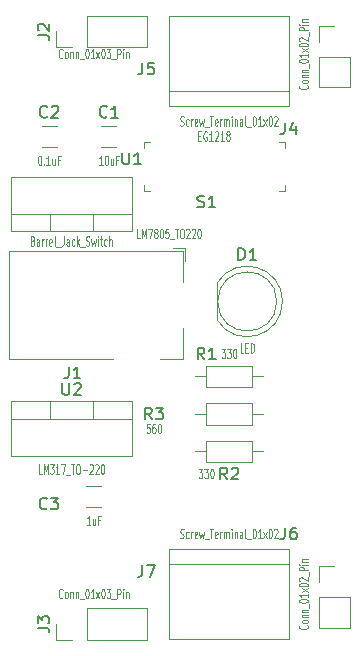
<source format=gto>
%TF.GenerationSoftware,KiCad,Pcbnew,7.0.8-7.0.8~ubuntu22.04.1*%
%TF.CreationDate,2023-11-02T18:58:55-04:00*%
%TF.ProjectId,kicad_psu,6b696361-645f-4707-9375-2e6b69636164,rev?*%
%TF.SameCoordinates,Original*%
%TF.FileFunction,Legend,Top*%
%TF.FilePolarity,Positive*%
%FSLAX46Y46*%
G04 Gerber Fmt 4.6, Leading zero omitted, Abs format (unit mm)*
G04 Created by KiCad (PCBNEW 7.0.8-7.0.8~ubuntu22.04.1) date 2023-11-02 18:58:55*
%MOMM*%
%LPD*%
G01*
G04 APERTURE LIST*
%ADD10C,0.150000*%
%ADD11C,0.100000*%
%ADD12C,0.120000*%
G04 APERTURE END LIST*
D10*
X78573333Y-104499580D02*
X78525714Y-104547200D01*
X78525714Y-104547200D02*
X78382857Y-104594819D01*
X78382857Y-104594819D02*
X78287619Y-104594819D01*
X78287619Y-104594819D02*
X78144762Y-104547200D01*
X78144762Y-104547200D02*
X78049524Y-104451961D01*
X78049524Y-104451961D02*
X78001905Y-104356723D01*
X78001905Y-104356723D02*
X77954286Y-104166247D01*
X77954286Y-104166247D02*
X77954286Y-104023390D01*
X77954286Y-104023390D02*
X78001905Y-103832914D01*
X78001905Y-103832914D02*
X78049524Y-103737676D01*
X78049524Y-103737676D02*
X78144762Y-103642438D01*
X78144762Y-103642438D02*
X78287619Y-103594819D01*
X78287619Y-103594819D02*
X78382857Y-103594819D01*
X78382857Y-103594819D02*
X78525714Y-103642438D01*
X78525714Y-103642438D02*
X78573333Y-103690057D01*
X78906667Y-103594819D02*
X79525714Y-103594819D01*
X79525714Y-103594819D02*
X79192381Y-103975771D01*
X79192381Y-103975771D02*
X79335238Y-103975771D01*
X79335238Y-103975771D02*
X79430476Y-104023390D01*
X79430476Y-104023390D02*
X79478095Y-104071009D01*
X79478095Y-104071009D02*
X79525714Y-104166247D01*
X79525714Y-104166247D02*
X79525714Y-104404342D01*
X79525714Y-104404342D02*
X79478095Y-104499580D01*
X79478095Y-104499580D02*
X79430476Y-104547200D01*
X79430476Y-104547200D02*
X79335238Y-104594819D01*
X79335238Y-104594819D02*
X79049524Y-104594819D01*
X79049524Y-104594819D02*
X78954286Y-104547200D01*
X78954286Y-104547200D02*
X78906667Y-104499580D01*
D11*
X82252381Y-105919895D02*
X81966667Y-105919895D01*
X82109524Y-105919895D02*
X82109524Y-105119895D01*
X82109524Y-105119895D02*
X82061905Y-105234180D01*
X82061905Y-105234180D02*
X82014286Y-105310371D01*
X82014286Y-105310371D02*
X81966667Y-105348466D01*
X82680952Y-105386561D02*
X82680952Y-105919895D01*
X82466666Y-105386561D02*
X82466666Y-105805609D01*
X82466666Y-105805609D02*
X82490476Y-105881800D01*
X82490476Y-105881800D02*
X82538095Y-105919895D01*
X82538095Y-105919895D02*
X82609523Y-105919895D01*
X82609523Y-105919895D02*
X82657142Y-105881800D01*
X82657142Y-105881800D02*
X82680952Y-105843704D01*
X83085714Y-105500847D02*
X82919047Y-105500847D01*
X82919047Y-105919895D02*
X82919047Y-105119895D01*
X82919047Y-105119895D02*
X83157142Y-105119895D01*
D10*
X78593333Y-71334580D02*
X78545714Y-71382200D01*
X78545714Y-71382200D02*
X78402857Y-71429819D01*
X78402857Y-71429819D02*
X78307619Y-71429819D01*
X78307619Y-71429819D02*
X78164762Y-71382200D01*
X78164762Y-71382200D02*
X78069524Y-71286961D01*
X78069524Y-71286961D02*
X78021905Y-71191723D01*
X78021905Y-71191723D02*
X77974286Y-71001247D01*
X77974286Y-71001247D02*
X77974286Y-70858390D01*
X77974286Y-70858390D02*
X78021905Y-70667914D01*
X78021905Y-70667914D02*
X78069524Y-70572676D01*
X78069524Y-70572676D02*
X78164762Y-70477438D01*
X78164762Y-70477438D02*
X78307619Y-70429819D01*
X78307619Y-70429819D02*
X78402857Y-70429819D01*
X78402857Y-70429819D02*
X78545714Y-70477438D01*
X78545714Y-70477438D02*
X78593333Y-70525057D01*
X78974286Y-70525057D02*
X79021905Y-70477438D01*
X79021905Y-70477438D02*
X79117143Y-70429819D01*
X79117143Y-70429819D02*
X79355238Y-70429819D01*
X79355238Y-70429819D02*
X79450476Y-70477438D01*
X79450476Y-70477438D02*
X79498095Y-70525057D01*
X79498095Y-70525057D02*
X79545714Y-70620295D01*
X79545714Y-70620295D02*
X79545714Y-70715533D01*
X79545714Y-70715533D02*
X79498095Y-70858390D01*
X79498095Y-70858390D02*
X78926667Y-71429819D01*
X78926667Y-71429819D02*
X79545714Y-71429819D01*
D11*
X77938572Y-74639895D02*
X77986191Y-74639895D01*
X77986191Y-74639895D02*
X78033810Y-74677990D01*
X78033810Y-74677990D02*
X78057620Y-74716085D01*
X78057620Y-74716085D02*
X78081429Y-74792276D01*
X78081429Y-74792276D02*
X78105239Y-74944657D01*
X78105239Y-74944657D02*
X78105239Y-75135133D01*
X78105239Y-75135133D02*
X78081429Y-75287514D01*
X78081429Y-75287514D02*
X78057620Y-75363704D01*
X78057620Y-75363704D02*
X78033810Y-75401800D01*
X78033810Y-75401800D02*
X77986191Y-75439895D01*
X77986191Y-75439895D02*
X77938572Y-75439895D01*
X77938572Y-75439895D02*
X77890953Y-75401800D01*
X77890953Y-75401800D02*
X77867144Y-75363704D01*
X77867144Y-75363704D02*
X77843334Y-75287514D01*
X77843334Y-75287514D02*
X77819525Y-75135133D01*
X77819525Y-75135133D02*
X77819525Y-74944657D01*
X77819525Y-74944657D02*
X77843334Y-74792276D01*
X77843334Y-74792276D02*
X77867144Y-74716085D01*
X77867144Y-74716085D02*
X77890953Y-74677990D01*
X77890953Y-74677990D02*
X77938572Y-74639895D01*
X78319524Y-75363704D02*
X78343334Y-75401800D01*
X78343334Y-75401800D02*
X78319524Y-75439895D01*
X78319524Y-75439895D02*
X78295715Y-75401800D01*
X78295715Y-75401800D02*
X78319524Y-75363704D01*
X78319524Y-75363704D02*
X78319524Y-75439895D01*
X78819524Y-75439895D02*
X78533810Y-75439895D01*
X78676667Y-75439895D02*
X78676667Y-74639895D01*
X78676667Y-74639895D02*
X78629048Y-74754180D01*
X78629048Y-74754180D02*
X78581429Y-74830371D01*
X78581429Y-74830371D02*
X78533810Y-74868466D01*
X79248095Y-74906561D02*
X79248095Y-75439895D01*
X79033809Y-74906561D02*
X79033809Y-75325609D01*
X79033809Y-75325609D02*
X79057619Y-75401800D01*
X79057619Y-75401800D02*
X79105238Y-75439895D01*
X79105238Y-75439895D02*
X79176666Y-75439895D01*
X79176666Y-75439895D02*
X79224285Y-75401800D01*
X79224285Y-75401800D02*
X79248095Y-75363704D01*
X79652857Y-75020847D02*
X79486190Y-75020847D01*
X79486190Y-75439895D02*
X79486190Y-74639895D01*
X79486190Y-74639895D02*
X79724285Y-74639895D01*
D10*
X91908333Y-91894819D02*
X91575000Y-91418628D01*
X91336905Y-91894819D02*
X91336905Y-90894819D01*
X91336905Y-90894819D02*
X91717857Y-90894819D01*
X91717857Y-90894819D02*
X91813095Y-90942438D01*
X91813095Y-90942438D02*
X91860714Y-90990057D01*
X91860714Y-90990057D02*
X91908333Y-91085295D01*
X91908333Y-91085295D02*
X91908333Y-91228152D01*
X91908333Y-91228152D02*
X91860714Y-91323390D01*
X91860714Y-91323390D02*
X91813095Y-91371009D01*
X91813095Y-91371009D02*
X91717857Y-91418628D01*
X91717857Y-91418628D02*
X91336905Y-91418628D01*
X92860714Y-91894819D02*
X92289286Y-91894819D01*
X92575000Y-91894819D02*
X92575000Y-90894819D01*
X92575000Y-90894819D02*
X92479762Y-91037676D01*
X92479762Y-91037676D02*
X92384524Y-91132914D01*
X92384524Y-91132914D02*
X92289286Y-91180533D01*
D11*
X93357143Y-90989895D02*
X93666667Y-90989895D01*
X93666667Y-90989895D02*
X93500000Y-91294657D01*
X93500000Y-91294657D02*
X93571429Y-91294657D01*
X93571429Y-91294657D02*
X93619048Y-91332752D01*
X93619048Y-91332752D02*
X93642857Y-91370847D01*
X93642857Y-91370847D02*
X93666667Y-91447038D01*
X93666667Y-91447038D02*
X93666667Y-91637514D01*
X93666667Y-91637514D02*
X93642857Y-91713704D01*
X93642857Y-91713704D02*
X93619048Y-91751800D01*
X93619048Y-91751800D02*
X93571429Y-91789895D01*
X93571429Y-91789895D02*
X93428572Y-91789895D01*
X93428572Y-91789895D02*
X93380953Y-91751800D01*
X93380953Y-91751800D02*
X93357143Y-91713704D01*
X93833333Y-90989895D02*
X94142857Y-90989895D01*
X94142857Y-90989895D02*
X93976190Y-91294657D01*
X93976190Y-91294657D02*
X94047619Y-91294657D01*
X94047619Y-91294657D02*
X94095238Y-91332752D01*
X94095238Y-91332752D02*
X94119047Y-91370847D01*
X94119047Y-91370847D02*
X94142857Y-91447038D01*
X94142857Y-91447038D02*
X94142857Y-91637514D01*
X94142857Y-91637514D02*
X94119047Y-91713704D01*
X94119047Y-91713704D02*
X94095238Y-91751800D01*
X94095238Y-91751800D02*
X94047619Y-91789895D01*
X94047619Y-91789895D02*
X93904762Y-91789895D01*
X93904762Y-91789895D02*
X93857143Y-91751800D01*
X93857143Y-91751800D02*
X93833333Y-91713704D01*
X94452380Y-90989895D02*
X94499999Y-90989895D01*
X94499999Y-90989895D02*
X94547618Y-91027990D01*
X94547618Y-91027990D02*
X94571428Y-91066085D01*
X94571428Y-91066085D02*
X94595237Y-91142276D01*
X94595237Y-91142276D02*
X94619047Y-91294657D01*
X94619047Y-91294657D02*
X94619047Y-91485133D01*
X94619047Y-91485133D02*
X94595237Y-91637514D01*
X94595237Y-91637514D02*
X94571428Y-91713704D01*
X94571428Y-91713704D02*
X94547618Y-91751800D01*
X94547618Y-91751800D02*
X94499999Y-91789895D01*
X94499999Y-91789895D02*
X94452380Y-91789895D01*
X94452380Y-91789895D02*
X94404761Y-91751800D01*
X94404761Y-91751800D02*
X94380952Y-91713704D01*
X94380952Y-91713704D02*
X94357142Y-91637514D01*
X94357142Y-91637514D02*
X94333333Y-91485133D01*
X94333333Y-91485133D02*
X94333333Y-91294657D01*
X94333333Y-91294657D02*
X94357142Y-91142276D01*
X94357142Y-91142276D02*
X94380952Y-91066085D01*
X94380952Y-91066085D02*
X94404761Y-91027990D01*
X94404761Y-91027990D02*
X94452380Y-90989895D01*
D10*
X83653333Y-71334580D02*
X83605714Y-71382200D01*
X83605714Y-71382200D02*
X83462857Y-71429819D01*
X83462857Y-71429819D02*
X83367619Y-71429819D01*
X83367619Y-71429819D02*
X83224762Y-71382200D01*
X83224762Y-71382200D02*
X83129524Y-71286961D01*
X83129524Y-71286961D02*
X83081905Y-71191723D01*
X83081905Y-71191723D02*
X83034286Y-71001247D01*
X83034286Y-71001247D02*
X83034286Y-70858390D01*
X83034286Y-70858390D02*
X83081905Y-70667914D01*
X83081905Y-70667914D02*
X83129524Y-70572676D01*
X83129524Y-70572676D02*
X83224762Y-70477438D01*
X83224762Y-70477438D02*
X83367619Y-70429819D01*
X83367619Y-70429819D02*
X83462857Y-70429819D01*
X83462857Y-70429819D02*
X83605714Y-70477438D01*
X83605714Y-70477438D02*
X83653333Y-70525057D01*
X84605714Y-71429819D02*
X84034286Y-71429819D01*
X84320000Y-71429819D02*
X84320000Y-70429819D01*
X84320000Y-70429819D02*
X84224762Y-70572676D01*
X84224762Y-70572676D02*
X84129524Y-70667914D01*
X84129524Y-70667914D02*
X84034286Y-70715533D01*
D11*
X83284286Y-75439895D02*
X82998572Y-75439895D01*
X83141429Y-75439895D02*
X83141429Y-74639895D01*
X83141429Y-74639895D02*
X83093810Y-74754180D01*
X83093810Y-74754180D02*
X83046191Y-74830371D01*
X83046191Y-74830371D02*
X82998572Y-74868466D01*
X83593809Y-74639895D02*
X83641428Y-74639895D01*
X83641428Y-74639895D02*
X83689047Y-74677990D01*
X83689047Y-74677990D02*
X83712857Y-74716085D01*
X83712857Y-74716085D02*
X83736666Y-74792276D01*
X83736666Y-74792276D02*
X83760476Y-74944657D01*
X83760476Y-74944657D02*
X83760476Y-75135133D01*
X83760476Y-75135133D02*
X83736666Y-75287514D01*
X83736666Y-75287514D02*
X83712857Y-75363704D01*
X83712857Y-75363704D02*
X83689047Y-75401800D01*
X83689047Y-75401800D02*
X83641428Y-75439895D01*
X83641428Y-75439895D02*
X83593809Y-75439895D01*
X83593809Y-75439895D02*
X83546190Y-75401800D01*
X83546190Y-75401800D02*
X83522381Y-75363704D01*
X83522381Y-75363704D02*
X83498571Y-75287514D01*
X83498571Y-75287514D02*
X83474762Y-75135133D01*
X83474762Y-75135133D02*
X83474762Y-74944657D01*
X83474762Y-74944657D02*
X83498571Y-74792276D01*
X83498571Y-74792276D02*
X83522381Y-74716085D01*
X83522381Y-74716085D02*
X83546190Y-74677990D01*
X83546190Y-74677990D02*
X83593809Y-74639895D01*
X84189047Y-74906561D02*
X84189047Y-75439895D01*
X83974761Y-74906561D02*
X83974761Y-75325609D01*
X83974761Y-75325609D02*
X83998571Y-75401800D01*
X83998571Y-75401800D02*
X84046190Y-75439895D01*
X84046190Y-75439895D02*
X84117618Y-75439895D01*
X84117618Y-75439895D02*
X84165237Y-75401800D01*
X84165237Y-75401800D02*
X84189047Y-75363704D01*
X84593809Y-75020847D02*
X84427142Y-75020847D01*
X84427142Y-75439895D02*
X84427142Y-74639895D01*
X84427142Y-74639895D02*
X84665237Y-74639895D01*
D10*
X98726666Y-106134819D02*
X98726666Y-106849104D01*
X98726666Y-106849104D02*
X98679047Y-106991961D01*
X98679047Y-106991961D02*
X98583809Y-107087200D01*
X98583809Y-107087200D02*
X98440952Y-107134819D01*
X98440952Y-107134819D02*
X98345714Y-107134819D01*
X99631428Y-106134819D02*
X99440952Y-106134819D01*
X99440952Y-106134819D02*
X99345714Y-106182438D01*
X99345714Y-106182438D02*
X99298095Y-106230057D01*
X99298095Y-106230057D02*
X99202857Y-106372914D01*
X99202857Y-106372914D02*
X99155238Y-106563390D01*
X99155238Y-106563390D02*
X99155238Y-106944342D01*
X99155238Y-106944342D02*
X99202857Y-107039580D01*
X99202857Y-107039580D02*
X99250476Y-107087200D01*
X99250476Y-107087200D02*
X99345714Y-107134819D01*
X99345714Y-107134819D02*
X99536190Y-107134819D01*
X99536190Y-107134819D02*
X99631428Y-107087200D01*
X99631428Y-107087200D02*
X99679047Y-107039580D01*
X99679047Y-107039580D02*
X99726666Y-106944342D01*
X99726666Y-106944342D02*
X99726666Y-106706247D01*
X99726666Y-106706247D02*
X99679047Y-106611009D01*
X99679047Y-106611009D02*
X99631428Y-106563390D01*
X99631428Y-106563390D02*
X99536190Y-106515771D01*
X99536190Y-106515771D02*
X99345714Y-106515771D01*
X99345714Y-106515771D02*
X99250476Y-106563390D01*
X99250476Y-106563390D02*
X99202857Y-106611009D01*
X99202857Y-106611009D02*
X99155238Y-106706247D01*
D11*
X100618704Y-114414760D02*
X100656800Y-114438569D01*
X100656800Y-114438569D02*
X100694895Y-114509998D01*
X100694895Y-114509998D02*
X100694895Y-114557617D01*
X100694895Y-114557617D02*
X100656800Y-114629045D01*
X100656800Y-114629045D02*
X100580609Y-114676664D01*
X100580609Y-114676664D02*
X100504419Y-114700474D01*
X100504419Y-114700474D02*
X100352038Y-114724283D01*
X100352038Y-114724283D02*
X100237752Y-114724283D01*
X100237752Y-114724283D02*
X100085371Y-114700474D01*
X100085371Y-114700474D02*
X100009180Y-114676664D01*
X100009180Y-114676664D02*
X99932990Y-114629045D01*
X99932990Y-114629045D02*
X99894895Y-114557617D01*
X99894895Y-114557617D02*
X99894895Y-114509998D01*
X99894895Y-114509998D02*
X99932990Y-114438569D01*
X99932990Y-114438569D02*
X99971085Y-114414760D01*
X100694895Y-114129045D02*
X100656800Y-114176664D01*
X100656800Y-114176664D02*
X100618704Y-114200474D01*
X100618704Y-114200474D02*
X100542514Y-114224283D01*
X100542514Y-114224283D02*
X100313942Y-114224283D01*
X100313942Y-114224283D02*
X100237752Y-114200474D01*
X100237752Y-114200474D02*
X100199657Y-114176664D01*
X100199657Y-114176664D02*
X100161561Y-114129045D01*
X100161561Y-114129045D02*
X100161561Y-114057617D01*
X100161561Y-114057617D02*
X100199657Y-114009998D01*
X100199657Y-114009998D02*
X100237752Y-113986188D01*
X100237752Y-113986188D02*
X100313942Y-113962379D01*
X100313942Y-113962379D02*
X100542514Y-113962379D01*
X100542514Y-113962379D02*
X100618704Y-113986188D01*
X100618704Y-113986188D02*
X100656800Y-114009998D01*
X100656800Y-114009998D02*
X100694895Y-114057617D01*
X100694895Y-114057617D02*
X100694895Y-114129045D01*
X100161561Y-113748093D02*
X100694895Y-113748093D01*
X100237752Y-113748093D02*
X100199657Y-113724283D01*
X100199657Y-113724283D02*
X100161561Y-113676664D01*
X100161561Y-113676664D02*
X100161561Y-113605236D01*
X100161561Y-113605236D02*
X100199657Y-113557617D01*
X100199657Y-113557617D02*
X100275847Y-113533807D01*
X100275847Y-113533807D02*
X100694895Y-113533807D01*
X100161561Y-113295712D02*
X100694895Y-113295712D01*
X100237752Y-113295712D02*
X100199657Y-113271902D01*
X100199657Y-113271902D02*
X100161561Y-113224283D01*
X100161561Y-113224283D02*
X100161561Y-113152855D01*
X100161561Y-113152855D02*
X100199657Y-113105236D01*
X100199657Y-113105236D02*
X100275847Y-113081426D01*
X100275847Y-113081426D02*
X100694895Y-113081426D01*
X100771085Y-112962379D02*
X100771085Y-112581426D01*
X99894895Y-112367141D02*
X99894895Y-112319522D01*
X99894895Y-112319522D02*
X99932990Y-112271903D01*
X99932990Y-112271903D02*
X99971085Y-112248093D01*
X99971085Y-112248093D02*
X100047276Y-112224284D01*
X100047276Y-112224284D02*
X100199657Y-112200474D01*
X100199657Y-112200474D02*
X100390133Y-112200474D01*
X100390133Y-112200474D02*
X100542514Y-112224284D01*
X100542514Y-112224284D02*
X100618704Y-112248093D01*
X100618704Y-112248093D02*
X100656800Y-112271903D01*
X100656800Y-112271903D02*
X100694895Y-112319522D01*
X100694895Y-112319522D02*
X100694895Y-112367141D01*
X100694895Y-112367141D02*
X100656800Y-112414760D01*
X100656800Y-112414760D02*
X100618704Y-112438569D01*
X100618704Y-112438569D02*
X100542514Y-112462379D01*
X100542514Y-112462379D02*
X100390133Y-112486188D01*
X100390133Y-112486188D02*
X100199657Y-112486188D01*
X100199657Y-112486188D02*
X100047276Y-112462379D01*
X100047276Y-112462379D02*
X99971085Y-112438569D01*
X99971085Y-112438569D02*
X99932990Y-112414760D01*
X99932990Y-112414760D02*
X99894895Y-112367141D01*
X100694895Y-111724284D02*
X100694895Y-112009998D01*
X100694895Y-111867141D02*
X99894895Y-111867141D01*
X99894895Y-111867141D02*
X100009180Y-111914760D01*
X100009180Y-111914760D02*
X100085371Y-111962379D01*
X100085371Y-111962379D02*
X100123466Y-112009998D01*
X100694895Y-111557618D02*
X100161561Y-111295713D01*
X100161561Y-111557618D02*
X100694895Y-111295713D01*
X99894895Y-111009999D02*
X99894895Y-110962380D01*
X99894895Y-110962380D02*
X99932990Y-110914761D01*
X99932990Y-110914761D02*
X99971085Y-110890951D01*
X99971085Y-110890951D02*
X100047276Y-110867142D01*
X100047276Y-110867142D02*
X100199657Y-110843332D01*
X100199657Y-110843332D02*
X100390133Y-110843332D01*
X100390133Y-110843332D02*
X100542514Y-110867142D01*
X100542514Y-110867142D02*
X100618704Y-110890951D01*
X100618704Y-110890951D02*
X100656800Y-110914761D01*
X100656800Y-110914761D02*
X100694895Y-110962380D01*
X100694895Y-110962380D02*
X100694895Y-111009999D01*
X100694895Y-111009999D02*
X100656800Y-111057618D01*
X100656800Y-111057618D02*
X100618704Y-111081427D01*
X100618704Y-111081427D02*
X100542514Y-111105237D01*
X100542514Y-111105237D02*
X100390133Y-111129046D01*
X100390133Y-111129046D02*
X100199657Y-111129046D01*
X100199657Y-111129046D02*
X100047276Y-111105237D01*
X100047276Y-111105237D02*
X99971085Y-111081427D01*
X99971085Y-111081427D02*
X99932990Y-111057618D01*
X99932990Y-111057618D02*
X99894895Y-111009999D01*
X99971085Y-110652856D02*
X99932990Y-110629047D01*
X99932990Y-110629047D02*
X99894895Y-110581428D01*
X99894895Y-110581428D02*
X99894895Y-110462380D01*
X99894895Y-110462380D02*
X99932990Y-110414761D01*
X99932990Y-110414761D02*
X99971085Y-110390952D01*
X99971085Y-110390952D02*
X100047276Y-110367142D01*
X100047276Y-110367142D02*
X100123466Y-110367142D01*
X100123466Y-110367142D02*
X100237752Y-110390952D01*
X100237752Y-110390952D02*
X100694895Y-110676666D01*
X100694895Y-110676666D02*
X100694895Y-110367142D01*
X100771085Y-110271905D02*
X100771085Y-109890952D01*
X100694895Y-109771905D02*
X99894895Y-109771905D01*
X99894895Y-109771905D02*
X99894895Y-109581429D01*
X99894895Y-109581429D02*
X99932990Y-109533810D01*
X99932990Y-109533810D02*
X99971085Y-109510000D01*
X99971085Y-109510000D02*
X100047276Y-109486191D01*
X100047276Y-109486191D02*
X100161561Y-109486191D01*
X100161561Y-109486191D02*
X100237752Y-109510000D01*
X100237752Y-109510000D02*
X100275847Y-109533810D01*
X100275847Y-109533810D02*
X100313942Y-109581429D01*
X100313942Y-109581429D02*
X100313942Y-109771905D01*
X100694895Y-109271905D02*
X100161561Y-109271905D01*
X99894895Y-109271905D02*
X99932990Y-109295714D01*
X99932990Y-109295714D02*
X99971085Y-109271905D01*
X99971085Y-109271905D02*
X99932990Y-109248095D01*
X99932990Y-109248095D02*
X99894895Y-109271905D01*
X99894895Y-109271905D02*
X99971085Y-109271905D01*
X100161561Y-109033810D02*
X100694895Y-109033810D01*
X100237752Y-109033810D02*
X100199657Y-109010000D01*
X100199657Y-109010000D02*
X100161561Y-108962381D01*
X100161561Y-108962381D02*
X100161561Y-108890953D01*
X100161561Y-108890953D02*
X100199657Y-108843334D01*
X100199657Y-108843334D02*
X100275847Y-108819524D01*
X100275847Y-108819524D02*
X100694895Y-108819524D01*
D10*
X77784819Y-64468333D02*
X78499104Y-64468333D01*
X78499104Y-64468333D02*
X78641961Y-64515952D01*
X78641961Y-64515952D02*
X78737200Y-64611190D01*
X78737200Y-64611190D02*
X78784819Y-64754047D01*
X78784819Y-64754047D02*
X78784819Y-64849285D01*
X77880057Y-64039761D02*
X77832438Y-63992142D01*
X77832438Y-63992142D02*
X77784819Y-63896904D01*
X77784819Y-63896904D02*
X77784819Y-63658809D01*
X77784819Y-63658809D02*
X77832438Y-63563571D01*
X77832438Y-63563571D02*
X77880057Y-63515952D01*
X77880057Y-63515952D02*
X77975295Y-63468333D01*
X77975295Y-63468333D02*
X78070533Y-63468333D01*
X78070533Y-63468333D02*
X78213390Y-63515952D01*
X78213390Y-63515952D02*
X78784819Y-64087380D01*
X78784819Y-64087380D02*
X78784819Y-63468333D01*
D11*
X79895239Y-66328704D02*
X79871430Y-66366800D01*
X79871430Y-66366800D02*
X79800001Y-66404895D01*
X79800001Y-66404895D02*
X79752382Y-66404895D01*
X79752382Y-66404895D02*
X79680954Y-66366800D01*
X79680954Y-66366800D02*
X79633335Y-66290609D01*
X79633335Y-66290609D02*
X79609525Y-66214419D01*
X79609525Y-66214419D02*
X79585716Y-66062038D01*
X79585716Y-66062038D02*
X79585716Y-65947752D01*
X79585716Y-65947752D02*
X79609525Y-65795371D01*
X79609525Y-65795371D02*
X79633335Y-65719180D01*
X79633335Y-65719180D02*
X79680954Y-65642990D01*
X79680954Y-65642990D02*
X79752382Y-65604895D01*
X79752382Y-65604895D02*
X79800001Y-65604895D01*
X79800001Y-65604895D02*
X79871430Y-65642990D01*
X79871430Y-65642990D02*
X79895239Y-65681085D01*
X80180954Y-66404895D02*
X80133335Y-66366800D01*
X80133335Y-66366800D02*
X80109525Y-66328704D01*
X80109525Y-66328704D02*
X80085716Y-66252514D01*
X80085716Y-66252514D02*
X80085716Y-66023942D01*
X80085716Y-66023942D02*
X80109525Y-65947752D01*
X80109525Y-65947752D02*
X80133335Y-65909657D01*
X80133335Y-65909657D02*
X80180954Y-65871561D01*
X80180954Y-65871561D02*
X80252382Y-65871561D01*
X80252382Y-65871561D02*
X80300001Y-65909657D01*
X80300001Y-65909657D02*
X80323811Y-65947752D01*
X80323811Y-65947752D02*
X80347620Y-66023942D01*
X80347620Y-66023942D02*
X80347620Y-66252514D01*
X80347620Y-66252514D02*
X80323811Y-66328704D01*
X80323811Y-66328704D02*
X80300001Y-66366800D01*
X80300001Y-66366800D02*
X80252382Y-66404895D01*
X80252382Y-66404895D02*
X80180954Y-66404895D01*
X80561906Y-65871561D02*
X80561906Y-66404895D01*
X80561906Y-65947752D02*
X80585716Y-65909657D01*
X80585716Y-65909657D02*
X80633335Y-65871561D01*
X80633335Y-65871561D02*
X80704763Y-65871561D01*
X80704763Y-65871561D02*
X80752382Y-65909657D01*
X80752382Y-65909657D02*
X80776192Y-65985847D01*
X80776192Y-65985847D02*
X80776192Y-66404895D01*
X81014287Y-65871561D02*
X81014287Y-66404895D01*
X81014287Y-65947752D02*
X81038097Y-65909657D01*
X81038097Y-65909657D02*
X81085716Y-65871561D01*
X81085716Y-65871561D02*
X81157144Y-65871561D01*
X81157144Y-65871561D02*
X81204763Y-65909657D01*
X81204763Y-65909657D02*
X81228573Y-65985847D01*
X81228573Y-65985847D02*
X81228573Y-66404895D01*
X81347621Y-66481085D02*
X81728573Y-66481085D01*
X81942858Y-65604895D02*
X81990477Y-65604895D01*
X81990477Y-65604895D02*
X82038096Y-65642990D01*
X82038096Y-65642990D02*
X82061906Y-65681085D01*
X82061906Y-65681085D02*
X82085715Y-65757276D01*
X82085715Y-65757276D02*
X82109525Y-65909657D01*
X82109525Y-65909657D02*
X82109525Y-66100133D01*
X82109525Y-66100133D02*
X82085715Y-66252514D01*
X82085715Y-66252514D02*
X82061906Y-66328704D01*
X82061906Y-66328704D02*
X82038096Y-66366800D01*
X82038096Y-66366800D02*
X81990477Y-66404895D01*
X81990477Y-66404895D02*
X81942858Y-66404895D01*
X81942858Y-66404895D02*
X81895239Y-66366800D01*
X81895239Y-66366800D02*
X81871430Y-66328704D01*
X81871430Y-66328704D02*
X81847620Y-66252514D01*
X81847620Y-66252514D02*
X81823811Y-66100133D01*
X81823811Y-66100133D02*
X81823811Y-65909657D01*
X81823811Y-65909657D02*
X81847620Y-65757276D01*
X81847620Y-65757276D02*
X81871430Y-65681085D01*
X81871430Y-65681085D02*
X81895239Y-65642990D01*
X81895239Y-65642990D02*
X81942858Y-65604895D01*
X82585715Y-66404895D02*
X82300001Y-66404895D01*
X82442858Y-66404895D02*
X82442858Y-65604895D01*
X82442858Y-65604895D02*
X82395239Y-65719180D01*
X82395239Y-65719180D02*
X82347620Y-65795371D01*
X82347620Y-65795371D02*
X82300001Y-65833466D01*
X82752381Y-66404895D02*
X83014286Y-65871561D01*
X82752381Y-65871561D02*
X83014286Y-66404895D01*
X83300000Y-65604895D02*
X83347619Y-65604895D01*
X83347619Y-65604895D02*
X83395238Y-65642990D01*
X83395238Y-65642990D02*
X83419048Y-65681085D01*
X83419048Y-65681085D02*
X83442857Y-65757276D01*
X83442857Y-65757276D02*
X83466667Y-65909657D01*
X83466667Y-65909657D02*
X83466667Y-66100133D01*
X83466667Y-66100133D02*
X83442857Y-66252514D01*
X83442857Y-66252514D02*
X83419048Y-66328704D01*
X83419048Y-66328704D02*
X83395238Y-66366800D01*
X83395238Y-66366800D02*
X83347619Y-66404895D01*
X83347619Y-66404895D02*
X83300000Y-66404895D01*
X83300000Y-66404895D02*
X83252381Y-66366800D01*
X83252381Y-66366800D02*
X83228572Y-66328704D01*
X83228572Y-66328704D02*
X83204762Y-66252514D01*
X83204762Y-66252514D02*
X83180953Y-66100133D01*
X83180953Y-66100133D02*
X83180953Y-65909657D01*
X83180953Y-65909657D02*
X83204762Y-65757276D01*
X83204762Y-65757276D02*
X83228572Y-65681085D01*
X83228572Y-65681085D02*
X83252381Y-65642990D01*
X83252381Y-65642990D02*
X83300000Y-65604895D01*
X83633333Y-65604895D02*
X83942857Y-65604895D01*
X83942857Y-65604895D02*
X83776190Y-65909657D01*
X83776190Y-65909657D02*
X83847619Y-65909657D01*
X83847619Y-65909657D02*
X83895238Y-65947752D01*
X83895238Y-65947752D02*
X83919047Y-65985847D01*
X83919047Y-65985847D02*
X83942857Y-66062038D01*
X83942857Y-66062038D02*
X83942857Y-66252514D01*
X83942857Y-66252514D02*
X83919047Y-66328704D01*
X83919047Y-66328704D02*
X83895238Y-66366800D01*
X83895238Y-66366800D02*
X83847619Y-66404895D01*
X83847619Y-66404895D02*
X83704762Y-66404895D01*
X83704762Y-66404895D02*
X83657143Y-66366800D01*
X83657143Y-66366800D02*
X83633333Y-66328704D01*
X84038095Y-66481085D02*
X84419047Y-66481085D01*
X84538094Y-66404895D02*
X84538094Y-65604895D01*
X84538094Y-65604895D02*
X84728570Y-65604895D01*
X84728570Y-65604895D02*
X84776189Y-65642990D01*
X84776189Y-65642990D02*
X84799999Y-65681085D01*
X84799999Y-65681085D02*
X84823808Y-65757276D01*
X84823808Y-65757276D02*
X84823808Y-65871561D01*
X84823808Y-65871561D02*
X84799999Y-65947752D01*
X84799999Y-65947752D02*
X84776189Y-65985847D01*
X84776189Y-65985847D02*
X84728570Y-66023942D01*
X84728570Y-66023942D02*
X84538094Y-66023942D01*
X85038094Y-66404895D02*
X85038094Y-65871561D01*
X85038094Y-65604895D02*
X85014285Y-65642990D01*
X85014285Y-65642990D02*
X85038094Y-65681085D01*
X85038094Y-65681085D02*
X85061904Y-65642990D01*
X85061904Y-65642990D02*
X85038094Y-65604895D01*
X85038094Y-65604895D02*
X85038094Y-65681085D01*
X85276189Y-65871561D02*
X85276189Y-66404895D01*
X85276189Y-65947752D02*
X85299999Y-65909657D01*
X85299999Y-65909657D02*
X85347618Y-65871561D01*
X85347618Y-65871561D02*
X85419046Y-65871561D01*
X85419046Y-65871561D02*
X85466665Y-65909657D01*
X85466665Y-65909657D02*
X85490475Y-65985847D01*
X85490475Y-65985847D02*
X85490475Y-66404895D01*
D10*
X86661666Y-66764819D02*
X86661666Y-67479104D01*
X86661666Y-67479104D02*
X86614047Y-67621961D01*
X86614047Y-67621961D02*
X86518809Y-67717200D01*
X86518809Y-67717200D02*
X86375952Y-67764819D01*
X86375952Y-67764819D02*
X86280714Y-67764819D01*
X87614047Y-66764819D02*
X87137857Y-66764819D01*
X87137857Y-66764819D02*
X87090238Y-67241009D01*
X87090238Y-67241009D02*
X87137857Y-67193390D01*
X87137857Y-67193390D02*
X87233095Y-67145771D01*
X87233095Y-67145771D02*
X87471190Y-67145771D01*
X87471190Y-67145771D02*
X87566428Y-67193390D01*
X87566428Y-67193390D02*
X87614047Y-67241009D01*
X87614047Y-67241009D02*
X87661666Y-67336247D01*
X87661666Y-67336247D02*
X87661666Y-67574342D01*
X87661666Y-67574342D02*
X87614047Y-67669580D01*
X87614047Y-67669580D02*
X87566428Y-67717200D01*
X87566428Y-67717200D02*
X87471190Y-67764819D01*
X87471190Y-67764819D02*
X87233095Y-67764819D01*
X87233095Y-67764819D02*
X87137857Y-67717200D01*
X87137857Y-67717200D02*
X87090238Y-67669580D01*
D11*
X89860954Y-72081800D02*
X89932382Y-72119895D01*
X89932382Y-72119895D02*
X90051430Y-72119895D01*
X90051430Y-72119895D02*
X90099049Y-72081800D01*
X90099049Y-72081800D02*
X90122858Y-72043704D01*
X90122858Y-72043704D02*
X90146668Y-71967514D01*
X90146668Y-71967514D02*
X90146668Y-71891323D01*
X90146668Y-71891323D02*
X90122858Y-71815133D01*
X90122858Y-71815133D02*
X90099049Y-71777038D01*
X90099049Y-71777038D02*
X90051430Y-71738942D01*
X90051430Y-71738942D02*
X89956192Y-71700847D01*
X89956192Y-71700847D02*
X89908573Y-71662752D01*
X89908573Y-71662752D02*
X89884763Y-71624657D01*
X89884763Y-71624657D02*
X89860954Y-71548466D01*
X89860954Y-71548466D02*
X89860954Y-71472276D01*
X89860954Y-71472276D02*
X89884763Y-71396085D01*
X89884763Y-71396085D02*
X89908573Y-71357990D01*
X89908573Y-71357990D02*
X89956192Y-71319895D01*
X89956192Y-71319895D02*
X90075239Y-71319895D01*
X90075239Y-71319895D02*
X90146668Y-71357990D01*
X90575239Y-72081800D02*
X90527620Y-72119895D01*
X90527620Y-72119895D02*
X90432382Y-72119895D01*
X90432382Y-72119895D02*
X90384763Y-72081800D01*
X90384763Y-72081800D02*
X90360953Y-72043704D01*
X90360953Y-72043704D02*
X90337144Y-71967514D01*
X90337144Y-71967514D02*
X90337144Y-71738942D01*
X90337144Y-71738942D02*
X90360953Y-71662752D01*
X90360953Y-71662752D02*
X90384763Y-71624657D01*
X90384763Y-71624657D02*
X90432382Y-71586561D01*
X90432382Y-71586561D02*
X90527620Y-71586561D01*
X90527620Y-71586561D02*
X90575239Y-71624657D01*
X90789524Y-72119895D02*
X90789524Y-71586561D01*
X90789524Y-71738942D02*
X90813334Y-71662752D01*
X90813334Y-71662752D02*
X90837143Y-71624657D01*
X90837143Y-71624657D02*
X90884762Y-71586561D01*
X90884762Y-71586561D02*
X90932381Y-71586561D01*
X91289524Y-72081800D02*
X91241905Y-72119895D01*
X91241905Y-72119895D02*
X91146667Y-72119895D01*
X91146667Y-72119895D02*
X91099048Y-72081800D01*
X91099048Y-72081800D02*
X91075239Y-72005609D01*
X91075239Y-72005609D02*
X91075239Y-71700847D01*
X91075239Y-71700847D02*
X91099048Y-71624657D01*
X91099048Y-71624657D02*
X91146667Y-71586561D01*
X91146667Y-71586561D02*
X91241905Y-71586561D01*
X91241905Y-71586561D02*
X91289524Y-71624657D01*
X91289524Y-71624657D02*
X91313334Y-71700847D01*
X91313334Y-71700847D02*
X91313334Y-71777038D01*
X91313334Y-71777038D02*
X91075239Y-71853228D01*
X91480000Y-71586561D02*
X91575238Y-72119895D01*
X91575238Y-72119895D02*
X91670476Y-71738942D01*
X91670476Y-71738942D02*
X91765714Y-72119895D01*
X91765714Y-72119895D02*
X91860952Y-71586561D01*
X91932382Y-72196085D02*
X92313334Y-72196085D01*
X92360953Y-71319895D02*
X92646667Y-71319895D01*
X92503810Y-72119895D02*
X92503810Y-71319895D01*
X93003809Y-72081800D02*
X92956190Y-72119895D01*
X92956190Y-72119895D02*
X92860952Y-72119895D01*
X92860952Y-72119895D02*
X92813333Y-72081800D01*
X92813333Y-72081800D02*
X92789524Y-72005609D01*
X92789524Y-72005609D02*
X92789524Y-71700847D01*
X92789524Y-71700847D02*
X92813333Y-71624657D01*
X92813333Y-71624657D02*
X92860952Y-71586561D01*
X92860952Y-71586561D02*
X92956190Y-71586561D01*
X92956190Y-71586561D02*
X93003809Y-71624657D01*
X93003809Y-71624657D02*
X93027619Y-71700847D01*
X93027619Y-71700847D02*
X93027619Y-71777038D01*
X93027619Y-71777038D02*
X92789524Y-71853228D01*
X93241904Y-72119895D02*
X93241904Y-71586561D01*
X93241904Y-71738942D02*
X93265714Y-71662752D01*
X93265714Y-71662752D02*
X93289523Y-71624657D01*
X93289523Y-71624657D02*
X93337142Y-71586561D01*
X93337142Y-71586561D02*
X93384761Y-71586561D01*
X93551428Y-72119895D02*
X93551428Y-71586561D01*
X93551428Y-71662752D02*
X93575238Y-71624657D01*
X93575238Y-71624657D02*
X93622857Y-71586561D01*
X93622857Y-71586561D02*
X93694285Y-71586561D01*
X93694285Y-71586561D02*
X93741904Y-71624657D01*
X93741904Y-71624657D02*
X93765714Y-71700847D01*
X93765714Y-71700847D02*
X93765714Y-72119895D01*
X93765714Y-71700847D02*
X93789523Y-71624657D01*
X93789523Y-71624657D02*
X93837142Y-71586561D01*
X93837142Y-71586561D02*
X93908571Y-71586561D01*
X93908571Y-71586561D02*
X93956190Y-71624657D01*
X93956190Y-71624657D02*
X93980000Y-71700847D01*
X93980000Y-71700847D02*
X93980000Y-72119895D01*
X94218095Y-72119895D02*
X94218095Y-71586561D01*
X94218095Y-71319895D02*
X94194286Y-71357990D01*
X94194286Y-71357990D02*
X94218095Y-71396085D01*
X94218095Y-71396085D02*
X94241905Y-71357990D01*
X94241905Y-71357990D02*
X94218095Y-71319895D01*
X94218095Y-71319895D02*
X94218095Y-71396085D01*
X94456190Y-71586561D02*
X94456190Y-72119895D01*
X94456190Y-71662752D02*
X94480000Y-71624657D01*
X94480000Y-71624657D02*
X94527619Y-71586561D01*
X94527619Y-71586561D02*
X94599047Y-71586561D01*
X94599047Y-71586561D02*
X94646666Y-71624657D01*
X94646666Y-71624657D02*
X94670476Y-71700847D01*
X94670476Y-71700847D02*
X94670476Y-72119895D01*
X95122857Y-72119895D02*
X95122857Y-71700847D01*
X95122857Y-71700847D02*
X95099047Y-71624657D01*
X95099047Y-71624657D02*
X95051428Y-71586561D01*
X95051428Y-71586561D02*
X94956190Y-71586561D01*
X94956190Y-71586561D02*
X94908571Y-71624657D01*
X95122857Y-72081800D02*
X95075238Y-72119895D01*
X95075238Y-72119895D02*
X94956190Y-72119895D01*
X94956190Y-72119895D02*
X94908571Y-72081800D01*
X94908571Y-72081800D02*
X94884762Y-72005609D01*
X94884762Y-72005609D02*
X94884762Y-71929419D01*
X94884762Y-71929419D02*
X94908571Y-71853228D01*
X94908571Y-71853228D02*
X94956190Y-71815133D01*
X94956190Y-71815133D02*
X95075238Y-71815133D01*
X95075238Y-71815133D02*
X95122857Y-71777038D01*
X95432381Y-72119895D02*
X95384762Y-72081800D01*
X95384762Y-72081800D02*
X95360952Y-72005609D01*
X95360952Y-72005609D02*
X95360952Y-71319895D01*
X95503810Y-72196085D02*
X95884762Y-72196085D01*
X96099047Y-71319895D02*
X96146666Y-71319895D01*
X96146666Y-71319895D02*
X96194285Y-71357990D01*
X96194285Y-71357990D02*
X96218095Y-71396085D01*
X96218095Y-71396085D02*
X96241904Y-71472276D01*
X96241904Y-71472276D02*
X96265714Y-71624657D01*
X96265714Y-71624657D02*
X96265714Y-71815133D01*
X96265714Y-71815133D02*
X96241904Y-71967514D01*
X96241904Y-71967514D02*
X96218095Y-72043704D01*
X96218095Y-72043704D02*
X96194285Y-72081800D01*
X96194285Y-72081800D02*
X96146666Y-72119895D01*
X96146666Y-72119895D02*
X96099047Y-72119895D01*
X96099047Y-72119895D02*
X96051428Y-72081800D01*
X96051428Y-72081800D02*
X96027619Y-72043704D01*
X96027619Y-72043704D02*
X96003809Y-71967514D01*
X96003809Y-71967514D02*
X95980000Y-71815133D01*
X95980000Y-71815133D02*
X95980000Y-71624657D01*
X95980000Y-71624657D02*
X96003809Y-71472276D01*
X96003809Y-71472276D02*
X96027619Y-71396085D01*
X96027619Y-71396085D02*
X96051428Y-71357990D01*
X96051428Y-71357990D02*
X96099047Y-71319895D01*
X96741904Y-72119895D02*
X96456190Y-72119895D01*
X96599047Y-72119895D02*
X96599047Y-71319895D01*
X96599047Y-71319895D02*
X96551428Y-71434180D01*
X96551428Y-71434180D02*
X96503809Y-71510371D01*
X96503809Y-71510371D02*
X96456190Y-71548466D01*
X96908570Y-72119895D02*
X97170475Y-71586561D01*
X96908570Y-71586561D02*
X97170475Y-72119895D01*
X97456189Y-71319895D02*
X97503808Y-71319895D01*
X97503808Y-71319895D02*
X97551427Y-71357990D01*
X97551427Y-71357990D02*
X97575237Y-71396085D01*
X97575237Y-71396085D02*
X97599046Y-71472276D01*
X97599046Y-71472276D02*
X97622856Y-71624657D01*
X97622856Y-71624657D02*
X97622856Y-71815133D01*
X97622856Y-71815133D02*
X97599046Y-71967514D01*
X97599046Y-71967514D02*
X97575237Y-72043704D01*
X97575237Y-72043704D02*
X97551427Y-72081800D01*
X97551427Y-72081800D02*
X97503808Y-72119895D01*
X97503808Y-72119895D02*
X97456189Y-72119895D01*
X97456189Y-72119895D02*
X97408570Y-72081800D01*
X97408570Y-72081800D02*
X97384761Y-72043704D01*
X97384761Y-72043704D02*
X97360951Y-71967514D01*
X97360951Y-71967514D02*
X97337142Y-71815133D01*
X97337142Y-71815133D02*
X97337142Y-71624657D01*
X97337142Y-71624657D02*
X97360951Y-71472276D01*
X97360951Y-71472276D02*
X97384761Y-71396085D01*
X97384761Y-71396085D02*
X97408570Y-71357990D01*
X97408570Y-71357990D02*
X97456189Y-71319895D01*
X97813332Y-71396085D02*
X97837141Y-71357990D01*
X97837141Y-71357990D02*
X97884760Y-71319895D01*
X97884760Y-71319895D02*
X98003808Y-71319895D01*
X98003808Y-71319895D02*
X98051427Y-71357990D01*
X98051427Y-71357990D02*
X98075236Y-71396085D01*
X98075236Y-71396085D02*
X98099046Y-71472276D01*
X98099046Y-71472276D02*
X98099046Y-71548466D01*
X98099046Y-71548466D02*
X98075236Y-71662752D01*
X98075236Y-71662752D02*
X97789522Y-72119895D01*
X97789522Y-72119895D02*
X98099046Y-72119895D01*
D10*
X86661666Y-109309819D02*
X86661666Y-110024104D01*
X86661666Y-110024104D02*
X86614047Y-110166961D01*
X86614047Y-110166961D02*
X86518809Y-110262200D01*
X86518809Y-110262200D02*
X86375952Y-110309819D01*
X86375952Y-110309819D02*
X86280714Y-110309819D01*
X87042619Y-109309819D02*
X87709285Y-109309819D01*
X87709285Y-109309819D02*
X87280714Y-110309819D01*
D11*
X89860954Y-107006800D02*
X89932382Y-107044895D01*
X89932382Y-107044895D02*
X90051430Y-107044895D01*
X90051430Y-107044895D02*
X90099049Y-107006800D01*
X90099049Y-107006800D02*
X90122858Y-106968704D01*
X90122858Y-106968704D02*
X90146668Y-106892514D01*
X90146668Y-106892514D02*
X90146668Y-106816323D01*
X90146668Y-106816323D02*
X90122858Y-106740133D01*
X90122858Y-106740133D02*
X90099049Y-106702038D01*
X90099049Y-106702038D02*
X90051430Y-106663942D01*
X90051430Y-106663942D02*
X89956192Y-106625847D01*
X89956192Y-106625847D02*
X89908573Y-106587752D01*
X89908573Y-106587752D02*
X89884763Y-106549657D01*
X89884763Y-106549657D02*
X89860954Y-106473466D01*
X89860954Y-106473466D02*
X89860954Y-106397276D01*
X89860954Y-106397276D02*
X89884763Y-106321085D01*
X89884763Y-106321085D02*
X89908573Y-106282990D01*
X89908573Y-106282990D02*
X89956192Y-106244895D01*
X89956192Y-106244895D02*
X90075239Y-106244895D01*
X90075239Y-106244895D02*
X90146668Y-106282990D01*
X90575239Y-107006800D02*
X90527620Y-107044895D01*
X90527620Y-107044895D02*
X90432382Y-107044895D01*
X90432382Y-107044895D02*
X90384763Y-107006800D01*
X90384763Y-107006800D02*
X90360953Y-106968704D01*
X90360953Y-106968704D02*
X90337144Y-106892514D01*
X90337144Y-106892514D02*
X90337144Y-106663942D01*
X90337144Y-106663942D02*
X90360953Y-106587752D01*
X90360953Y-106587752D02*
X90384763Y-106549657D01*
X90384763Y-106549657D02*
X90432382Y-106511561D01*
X90432382Y-106511561D02*
X90527620Y-106511561D01*
X90527620Y-106511561D02*
X90575239Y-106549657D01*
X90789524Y-107044895D02*
X90789524Y-106511561D01*
X90789524Y-106663942D02*
X90813334Y-106587752D01*
X90813334Y-106587752D02*
X90837143Y-106549657D01*
X90837143Y-106549657D02*
X90884762Y-106511561D01*
X90884762Y-106511561D02*
X90932381Y-106511561D01*
X91289524Y-107006800D02*
X91241905Y-107044895D01*
X91241905Y-107044895D02*
X91146667Y-107044895D01*
X91146667Y-107044895D02*
X91099048Y-107006800D01*
X91099048Y-107006800D02*
X91075239Y-106930609D01*
X91075239Y-106930609D02*
X91075239Y-106625847D01*
X91075239Y-106625847D02*
X91099048Y-106549657D01*
X91099048Y-106549657D02*
X91146667Y-106511561D01*
X91146667Y-106511561D02*
X91241905Y-106511561D01*
X91241905Y-106511561D02*
X91289524Y-106549657D01*
X91289524Y-106549657D02*
X91313334Y-106625847D01*
X91313334Y-106625847D02*
X91313334Y-106702038D01*
X91313334Y-106702038D02*
X91075239Y-106778228D01*
X91480000Y-106511561D02*
X91575238Y-107044895D01*
X91575238Y-107044895D02*
X91670476Y-106663942D01*
X91670476Y-106663942D02*
X91765714Y-107044895D01*
X91765714Y-107044895D02*
X91860952Y-106511561D01*
X91932382Y-107121085D02*
X92313334Y-107121085D01*
X92360953Y-106244895D02*
X92646667Y-106244895D01*
X92503810Y-107044895D02*
X92503810Y-106244895D01*
X93003809Y-107006800D02*
X92956190Y-107044895D01*
X92956190Y-107044895D02*
X92860952Y-107044895D01*
X92860952Y-107044895D02*
X92813333Y-107006800D01*
X92813333Y-107006800D02*
X92789524Y-106930609D01*
X92789524Y-106930609D02*
X92789524Y-106625847D01*
X92789524Y-106625847D02*
X92813333Y-106549657D01*
X92813333Y-106549657D02*
X92860952Y-106511561D01*
X92860952Y-106511561D02*
X92956190Y-106511561D01*
X92956190Y-106511561D02*
X93003809Y-106549657D01*
X93003809Y-106549657D02*
X93027619Y-106625847D01*
X93027619Y-106625847D02*
X93027619Y-106702038D01*
X93027619Y-106702038D02*
X92789524Y-106778228D01*
X93241904Y-107044895D02*
X93241904Y-106511561D01*
X93241904Y-106663942D02*
X93265714Y-106587752D01*
X93265714Y-106587752D02*
X93289523Y-106549657D01*
X93289523Y-106549657D02*
X93337142Y-106511561D01*
X93337142Y-106511561D02*
X93384761Y-106511561D01*
X93551428Y-107044895D02*
X93551428Y-106511561D01*
X93551428Y-106587752D02*
X93575238Y-106549657D01*
X93575238Y-106549657D02*
X93622857Y-106511561D01*
X93622857Y-106511561D02*
X93694285Y-106511561D01*
X93694285Y-106511561D02*
X93741904Y-106549657D01*
X93741904Y-106549657D02*
X93765714Y-106625847D01*
X93765714Y-106625847D02*
X93765714Y-107044895D01*
X93765714Y-106625847D02*
X93789523Y-106549657D01*
X93789523Y-106549657D02*
X93837142Y-106511561D01*
X93837142Y-106511561D02*
X93908571Y-106511561D01*
X93908571Y-106511561D02*
X93956190Y-106549657D01*
X93956190Y-106549657D02*
X93980000Y-106625847D01*
X93980000Y-106625847D02*
X93980000Y-107044895D01*
X94218095Y-107044895D02*
X94218095Y-106511561D01*
X94218095Y-106244895D02*
X94194286Y-106282990D01*
X94194286Y-106282990D02*
X94218095Y-106321085D01*
X94218095Y-106321085D02*
X94241905Y-106282990D01*
X94241905Y-106282990D02*
X94218095Y-106244895D01*
X94218095Y-106244895D02*
X94218095Y-106321085D01*
X94456190Y-106511561D02*
X94456190Y-107044895D01*
X94456190Y-106587752D02*
X94480000Y-106549657D01*
X94480000Y-106549657D02*
X94527619Y-106511561D01*
X94527619Y-106511561D02*
X94599047Y-106511561D01*
X94599047Y-106511561D02*
X94646666Y-106549657D01*
X94646666Y-106549657D02*
X94670476Y-106625847D01*
X94670476Y-106625847D02*
X94670476Y-107044895D01*
X95122857Y-107044895D02*
X95122857Y-106625847D01*
X95122857Y-106625847D02*
X95099047Y-106549657D01*
X95099047Y-106549657D02*
X95051428Y-106511561D01*
X95051428Y-106511561D02*
X94956190Y-106511561D01*
X94956190Y-106511561D02*
X94908571Y-106549657D01*
X95122857Y-107006800D02*
X95075238Y-107044895D01*
X95075238Y-107044895D02*
X94956190Y-107044895D01*
X94956190Y-107044895D02*
X94908571Y-107006800D01*
X94908571Y-107006800D02*
X94884762Y-106930609D01*
X94884762Y-106930609D02*
X94884762Y-106854419D01*
X94884762Y-106854419D02*
X94908571Y-106778228D01*
X94908571Y-106778228D02*
X94956190Y-106740133D01*
X94956190Y-106740133D02*
X95075238Y-106740133D01*
X95075238Y-106740133D02*
X95122857Y-106702038D01*
X95432381Y-107044895D02*
X95384762Y-107006800D01*
X95384762Y-107006800D02*
X95360952Y-106930609D01*
X95360952Y-106930609D02*
X95360952Y-106244895D01*
X95503810Y-107121085D02*
X95884762Y-107121085D01*
X96099047Y-106244895D02*
X96146666Y-106244895D01*
X96146666Y-106244895D02*
X96194285Y-106282990D01*
X96194285Y-106282990D02*
X96218095Y-106321085D01*
X96218095Y-106321085D02*
X96241904Y-106397276D01*
X96241904Y-106397276D02*
X96265714Y-106549657D01*
X96265714Y-106549657D02*
X96265714Y-106740133D01*
X96265714Y-106740133D02*
X96241904Y-106892514D01*
X96241904Y-106892514D02*
X96218095Y-106968704D01*
X96218095Y-106968704D02*
X96194285Y-107006800D01*
X96194285Y-107006800D02*
X96146666Y-107044895D01*
X96146666Y-107044895D02*
X96099047Y-107044895D01*
X96099047Y-107044895D02*
X96051428Y-107006800D01*
X96051428Y-107006800D02*
X96027619Y-106968704D01*
X96027619Y-106968704D02*
X96003809Y-106892514D01*
X96003809Y-106892514D02*
X95980000Y-106740133D01*
X95980000Y-106740133D02*
X95980000Y-106549657D01*
X95980000Y-106549657D02*
X96003809Y-106397276D01*
X96003809Y-106397276D02*
X96027619Y-106321085D01*
X96027619Y-106321085D02*
X96051428Y-106282990D01*
X96051428Y-106282990D02*
X96099047Y-106244895D01*
X96741904Y-107044895D02*
X96456190Y-107044895D01*
X96599047Y-107044895D02*
X96599047Y-106244895D01*
X96599047Y-106244895D02*
X96551428Y-106359180D01*
X96551428Y-106359180D02*
X96503809Y-106435371D01*
X96503809Y-106435371D02*
X96456190Y-106473466D01*
X96908570Y-107044895D02*
X97170475Y-106511561D01*
X96908570Y-106511561D02*
X97170475Y-107044895D01*
X97456189Y-106244895D02*
X97503808Y-106244895D01*
X97503808Y-106244895D02*
X97551427Y-106282990D01*
X97551427Y-106282990D02*
X97575237Y-106321085D01*
X97575237Y-106321085D02*
X97599046Y-106397276D01*
X97599046Y-106397276D02*
X97622856Y-106549657D01*
X97622856Y-106549657D02*
X97622856Y-106740133D01*
X97622856Y-106740133D02*
X97599046Y-106892514D01*
X97599046Y-106892514D02*
X97575237Y-106968704D01*
X97575237Y-106968704D02*
X97551427Y-107006800D01*
X97551427Y-107006800D02*
X97503808Y-107044895D01*
X97503808Y-107044895D02*
X97456189Y-107044895D01*
X97456189Y-107044895D02*
X97408570Y-107006800D01*
X97408570Y-107006800D02*
X97384761Y-106968704D01*
X97384761Y-106968704D02*
X97360951Y-106892514D01*
X97360951Y-106892514D02*
X97337142Y-106740133D01*
X97337142Y-106740133D02*
X97337142Y-106549657D01*
X97337142Y-106549657D02*
X97360951Y-106397276D01*
X97360951Y-106397276D02*
X97384761Y-106321085D01*
X97384761Y-106321085D02*
X97408570Y-106282990D01*
X97408570Y-106282990D02*
X97456189Y-106244895D01*
X97813332Y-106321085D02*
X97837141Y-106282990D01*
X97837141Y-106282990D02*
X97884760Y-106244895D01*
X97884760Y-106244895D02*
X98003808Y-106244895D01*
X98003808Y-106244895D02*
X98051427Y-106282990D01*
X98051427Y-106282990D02*
X98075236Y-106321085D01*
X98075236Y-106321085D02*
X98099046Y-106397276D01*
X98099046Y-106397276D02*
X98099046Y-106473466D01*
X98099046Y-106473466D02*
X98075236Y-106587752D01*
X98075236Y-106587752D02*
X97789522Y-107044895D01*
X97789522Y-107044895D02*
X98099046Y-107044895D01*
D10*
X91313095Y-78992200D02*
X91455952Y-79039819D01*
X91455952Y-79039819D02*
X91694047Y-79039819D01*
X91694047Y-79039819D02*
X91789285Y-78992200D01*
X91789285Y-78992200D02*
X91836904Y-78944580D01*
X91836904Y-78944580D02*
X91884523Y-78849342D01*
X91884523Y-78849342D02*
X91884523Y-78754104D01*
X91884523Y-78754104D02*
X91836904Y-78658866D01*
X91836904Y-78658866D02*
X91789285Y-78611247D01*
X91789285Y-78611247D02*
X91694047Y-78563628D01*
X91694047Y-78563628D02*
X91503571Y-78516009D01*
X91503571Y-78516009D02*
X91408333Y-78468390D01*
X91408333Y-78468390D02*
X91360714Y-78420771D01*
X91360714Y-78420771D02*
X91313095Y-78325533D01*
X91313095Y-78325533D02*
X91313095Y-78230295D01*
X91313095Y-78230295D02*
X91360714Y-78135057D01*
X91360714Y-78135057D02*
X91408333Y-78087438D01*
X91408333Y-78087438D02*
X91503571Y-78039819D01*
X91503571Y-78039819D02*
X91741666Y-78039819D01*
X91741666Y-78039819D02*
X91884523Y-78087438D01*
X92836904Y-79039819D02*
X92265476Y-79039819D01*
X92551190Y-79039819D02*
X92551190Y-78039819D01*
X92551190Y-78039819D02*
X92455952Y-78182676D01*
X92455952Y-78182676D02*
X92360714Y-78277914D01*
X92360714Y-78277914D02*
X92265476Y-78325533D01*
D11*
X91400477Y-72970847D02*
X91567144Y-72970847D01*
X91638572Y-73389895D02*
X91400477Y-73389895D01*
X91400477Y-73389895D02*
X91400477Y-72589895D01*
X91400477Y-72589895D02*
X91638572Y-72589895D01*
X92114763Y-72627990D02*
X92067144Y-72589895D01*
X92067144Y-72589895D02*
X91995715Y-72589895D01*
X91995715Y-72589895D02*
X91924287Y-72627990D01*
X91924287Y-72627990D02*
X91876668Y-72704180D01*
X91876668Y-72704180D02*
X91852858Y-72780371D01*
X91852858Y-72780371D02*
X91829049Y-72932752D01*
X91829049Y-72932752D02*
X91829049Y-73047038D01*
X91829049Y-73047038D02*
X91852858Y-73199419D01*
X91852858Y-73199419D02*
X91876668Y-73275609D01*
X91876668Y-73275609D02*
X91924287Y-73351800D01*
X91924287Y-73351800D02*
X91995715Y-73389895D01*
X91995715Y-73389895D02*
X92043334Y-73389895D01*
X92043334Y-73389895D02*
X92114763Y-73351800D01*
X92114763Y-73351800D02*
X92138572Y-73313704D01*
X92138572Y-73313704D02*
X92138572Y-73047038D01*
X92138572Y-73047038D02*
X92043334Y-73047038D01*
X92614763Y-73389895D02*
X92329049Y-73389895D01*
X92471906Y-73389895D02*
X92471906Y-72589895D01*
X92471906Y-72589895D02*
X92424287Y-72704180D01*
X92424287Y-72704180D02*
X92376668Y-72780371D01*
X92376668Y-72780371D02*
X92329049Y-72818466D01*
X92805239Y-72666085D02*
X92829048Y-72627990D01*
X92829048Y-72627990D02*
X92876667Y-72589895D01*
X92876667Y-72589895D02*
X92995715Y-72589895D01*
X92995715Y-72589895D02*
X93043334Y-72627990D01*
X93043334Y-72627990D02*
X93067143Y-72666085D01*
X93067143Y-72666085D02*
X93090953Y-72742276D01*
X93090953Y-72742276D02*
X93090953Y-72818466D01*
X93090953Y-72818466D02*
X93067143Y-72932752D01*
X93067143Y-72932752D02*
X92781429Y-73389895D01*
X92781429Y-73389895D02*
X93090953Y-73389895D01*
X93567143Y-73389895D02*
X93281429Y-73389895D01*
X93424286Y-73389895D02*
X93424286Y-72589895D01*
X93424286Y-72589895D02*
X93376667Y-72704180D01*
X93376667Y-72704180D02*
X93329048Y-72780371D01*
X93329048Y-72780371D02*
X93281429Y-72818466D01*
X93852857Y-72932752D02*
X93805238Y-72894657D01*
X93805238Y-72894657D02*
X93781428Y-72856561D01*
X93781428Y-72856561D02*
X93757619Y-72780371D01*
X93757619Y-72780371D02*
X93757619Y-72742276D01*
X93757619Y-72742276D02*
X93781428Y-72666085D01*
X93781428Y-72666085D02*
X93805238Y-72627990D01*
X93805238Y-72627990D02*
X93852857Y-72589895D01*
X93852857Y-72589895D02*
X93948095Y-72589895D01*
X93948095Y-72589895D02*
X93995714Y-72627990D01*
X93995714Y-72627990D02*
X94019523Y-72666085D01*
X94019523Y-72666085D02*
X94043333Y-72742276D01*
X94043333Y-72742276D02*
X94043333Y-72780371D01*
X94043333Y-72780371D02*
X94019523Y-72856561D01*
X94019523Y-72856561D02*
X93995714Y-72894657D01*
X93995714Y-72894657D02*
X93948095Y-72932752D01*
X93948095Y-72932752D02*
X93852857Y-72932752D01*
X93852857Y-72932752D02*
X93805238Y-72970847D01*
X93805238Y-72970847D02*
X93781428Y-73008942D01*
X93781428Y-73008942D02*
X93757619Y-73085133D01*
X93757619Y-73085133D02*
X93757619Y-73237514D01*
X93757619Y-73237514D02*
X93781428Y-73313704D01*
X93781428Y-73313704D02*
X93805238Y-73351800D01*
X93805238Y-73351800D02*
X93852857Y-73389895D01*
X93852857Y-73389895D02*
X93948095Y-73389895D01*
X93948095Y-73389895D02*
X93995714Y-73351800D01*
X93995714Y-73351800D02*
X94019523Y-73313704D01*
X94019523Y-73313704D02*
X94043333Y-73237514D01*
X94043333Y-73237514D02*
X94043333Y-73085133D01*
X94043333Y-73085133D02*
X94019523Y-73008942D01*
X94019523Y-73008942D02*
X93995714Y-72970847D01*
X93995714Y-72970847D02*
X93948095Y-72932752D01*
D10*
X84963095Y-74384819D02*
X84963095Y-75194342D01*
X84963095Y-75194342D02*
X85010714Y-75289580D01*
X85010714Y-75289580D02*
X85058333Y-75337200D01*
X85058333Y-75337200D02*
X85153571Y-75384819D01*
X85153571Y-75384819D02*
X85344047Y-75384819D01*
X85344047Y-75384819D02*
X85439285Y-75337200D01*
X85439285Y-75337200D02*
X85486904Y-75289580D01*
X85486904Y-75289580D02*
X85534523Y-75194342D01*
X85534523Y-75194342D02*
X85534523Y-74384819D01*
X86534523Y-75384819D02*
X85963095Y-75384819D01*
X86248809Y-75384819D02*
X86248809Y-74384819D01*
X86248809Y-74384819D02*
X86153571Y-74527676D01*
X86153571Y-74527676D02*
X86058333Y-74622914D01*
X86058333Y-74622914D02*
X85963095Y-74670533D01*
D11*
X86459525Y-81644895D02*
X86221430Y-81644895D01*
X86221430Y-81644895D02*
X86221430Y-80844895D01*
X86626192Y-81644895D02*
X86626192Y-80844895D01*
X86626192Y-80844895D02*
X86792859Y-81416323D01*
X86792859Y-81416323D02*
X86959525Y-80844895D01*
X86959525Y-80844895D02*
X86959525Y-81644895D01*
X87150002Y-80844895D02*
X87483335Y-80844895D01*
X87483335Y-80844895D02*
X87269050Y-81644895D01*
X87745240Y-81187752D02*
X87697621Y-81149657D01*
X87697621Y-81149657D02*
X87673811Y-81111561D01*
X87673811Y-81111561D02*
X87650002Y-81035371D01*
X87650002Y-81035371D02*
X87650002Y-80997276D01*
X87650002Y-80997276D02*
X87673811Y-80921085D01*
X87673811Y-80921085D02*
X87697621Y-80882990D01*
X87697621Y-80882990D02*
X87745240Y-80844895D01*
X87745240Y-80844895D02*
X87840478Y-80844895D01*
X87840478Y-80844895D02*
X87888097Y-80882990D01*
X87888097Y-80882990D02*
X87911906Y-80921085D01*
X87911906Y-80921085D02*
X87935716Y-80997276D01*
X87935716Y-80997276D02*
X87935716Y-81035371D01*
X87935716Y-81035371D02*
X87911906Y-81111561D01*
X87911906Y-81111561D02*
X87888097Y-81149657D01*
X87888097Y-81149657D02*
X87840478Y-81187752D01*
X87840478Y-81187752D02*
X87745240Y-81187752D01*
X87745240Y-81187752D02*
X87697621Y-81225847D01*
X87697621Y-81225847D02*
X87673811Y-81263942D01*
X87673811Y-81263942D02*
X87650002Y-81340133D01*
X87650002Y-81340133D02*
X87650002Y-81492514D01*
X87650002Y-81492514D02*
X87673811Y-81568704D01*
X87673811Y-81568704D02*
X87697621Y-81606800D01*
X87697621Y-81606800D02*
X87745240Y-81644895D01*
X87745240Y-81644895D02*
X87840478Y-81644895D01*
X87840478Y-81644895D02*
X87888097Y-81606800D01*
X87888097Y-81606800D02*
X87911906Y-81568704D01*
X87911906Y-81568704D02*
X87935716Y-81492514D01*
X87935716Y-81492514D02*
X87935716Y-81340133D01*
X87935716Y-81340133D02*
X87911906Y-81263942D01*
X87911906Y-81263942D02*
X87888097Y-81225847D01*
X87888097Y-81225847D02*
X87840478Y-81187752D01*
X88245239Y-80844895D02*
X88292858Y-80844895D01*
X88292858Y-80844895D02*
X88340477Y-80882990D01*
X88340477Y-80882990D02*
X88364287Y-80921085D01*
X88364287Y-80921085D02*
X88388096Y-80997276D01*
X88388096Y-80997276D02*
X88411906Y-81149657D01*
X88411906Y-81149657D02*
X88411906Y-81340133D01*
X88411906Y-81340133D02*
X88388096Y-81492514D01*
X88388096Y-81492514D02*
X88364287Y-81568704D01*
X88364287Y-81568704D02*
X88340477Y-81606800D01*
X88340477Y-81606800D02*
X88292858Y-81644895D01*
X88292858Y-81644895D02*
X88245239Y-81644895D01*
X88245239Y-81644895D02*
X88197620Y-81606800D01*
X88197620Y-81606800D02*
X88173811Y-81568704D01*
X88173811Y-81568704D02*
X88150001Y-81492514D01*
X88150001Y-81492514D02*
X88126192Y-81340133D01*
X88126192Y-81340133D02*
X88126192Y-81149657D01*
X88126192Y-81149657D02*
X88150001Y-80997276D01*
X88150001Y-80997276D02*
X88173811Y-80921085D01*
X88173811Y-80921085D02*
X88197620Y-80882990D01*
X88197620Y-80882990D02*
X88245239Y-80844895D01*
X88864286Y-80844895D02*
X88626191Y-80844895D01*
X88626191Y-80844895D02*
X88602382Y-81225847D01*
X88602382Y-81225847D02*
X88626191Y-81187752D01*
X88626191Y-81187752D02*
X88673810Y-81149657D01*
X88673810Y-81149657D02*
X88792858Y-81149657D01*
X88792858Y-81149657D02*
X88840477Y-81187752D01*
X88840477Y-81187752D02*
X88864286Y-81225847D01*
X88864286Y-81225847D02*
X88888096Y-81302038D01*
X88888096Y-81302038D02*
X88888096Y-81492514D01*
X88888096Y-81492514D02*
X88864286Y-81568704D01*
X88864286Y-81568704D02*
X88840477Y-81606800D01*
X88840477Y-81606800D02*
X88792858Y-81644895D01*
X88792858Y-81644895D02*
X88673810Y-81644895D01*
X88673810Y-81644895D02*
X88626191Y-81606800D01*
X88626191Y-81606800D02*
X88602382Y-81568704D01*
X88983334Y-81721085D02*
X89364286Y-81721085D01*
X89411905Y-80844895D02*
X89697619Y-80844895D01*
X89554762Y-81644895D02*
X89554762Y-80844895D01*
X89959523Y-80844895D02*
X90054761Y-80844895D01*
X90054761Y-80844895D02*
X90102380Y-80882990D01*
X90102380Y-80882990D02*
X90149999Y-80959180D01*
X90149999Y-80959180D02*
X90173809Y-81111561D01*
X90173809Y-81111561D02*
X90173809Y-81378228D01*
X90173809Y-81378228D02*
X90149999Y-81530609D01*
X90149999Y-81530609D02*
X90102380Y-81606800D01*
X90102380Y-81606800D02*
X90054761Y-81644895D01*
X90054761Y-81644895D02*
X89959523Y-81644895D01*
X89959523Y-81644895D02*
X89911904Y-81606800D01*
X89911904Y-81606800D02*
X89864285Y-81530609D01*
X89864285Y-81530609D02*
X89840476Y-81378228D01*
X89840476Y-81378228D02*
X89840476Y-81111561D01*
X89840476Y-81111561D02*
X89864285Y-80959180D01*
X89864285Y-80959180D02*
X89911904Y-80882990D01*
X89911904Y-80882990D02*
X89959523Y-80844895D01*
X90364286Y-80921085D02*
X90388095Y-80882990D01*
X90388095Y-80882990D02*
X90435714Y-80844895D01*
X90435714Y-80844895D02*
X90554762Y-80844895D01*
X90554762Y-80844895D02*
X90602381Y-80882990D01*
X90602381Y-80882990D02*
X90626190Y-80921085D01*
X90626190Y-80921085D02*
X90650000Y-80997276D01*
X90650000Y-80997276D02*
X90650000Y-81073466D01*
X90650000Y-81073466D02*
X90626190Y-81187752D01*
X90626190Y-81187752D02*
X90340476Y-81644895D01*
X90340476Y-81644895D02*
X90650000Y-81644895D01*
X90840476Y-80921085D02*
X90864285Y-80882990D01*
X90864285Y-80882990D02*
X90911904Y-80844895D01*
X90911904Y-80844895D02*
X91030952Y-80844895D01*
X91030952Y-80844895D02*
X91078571Y-80882990D01*
X91078571Y-80882990D02*
X91102380Y-80921085D01*
X91102380Y-80921085D02*
X91126190Y-80997276D01*
X91126190Y-80997276D02*
X91126190Y-81073466D01*
X91126190Y-81073466D02*
X91102380Y-81187752D01*
X91102380Y-81187752D02*
X90816666Y-81644895D01*
X90816666Y-81644895D02*
X91126190Y-81644895D01*
X91435713Y-80844895D02*
X91483332Y-80844895D01*
X91483332Y-80844895D02*
X91530951Y-80882990D01*
X91530951Y-80882990D02*
X91554761Y-80921085D01*
X91554761Y-80921085D02*
X91578570Y-80997276D01*
X91578570Y-80997276D02*
X91602380Y-81149657D01*
X91602380Y-81149657D02*
X91602380Y-81340133D01*
X91602380Y-81340133D02*
X91578570Y-81492514D01*
X91578570Y-81492514D02*
X91554761Y-81568704D01*
X91554761Y-81568704D02*
X91530951Y-81606800D01*
X91530951Y-81606800D02*
X91483332Y-81644895D01*
X91483332Y-81644895D02*
X91435713Y-81644895D01*
X91435713Y-81644895D02*
X91388094Y-81606800D01*
X91388094Y-81606800D02*
X91364285Y-81568704D01*
X91364285Y-81568704D02*
X91340475Y-81492514D01*
X91340475Y-81492514D02*
X91316666Y-81340133D01*
X91316666Y-81340133D02*
X91316666Y-81149657D01*
X91316666Y-81149657D02*
X91340475Y-80997276D01*
X91340475Y-80997276D02*
X91364285Y-80921085D01*
X91364285Y-80921085D02*
X91388094Y-80882990D01*
X91388094Y-80882990D02*
X91435713Y-80844895D01*
D10*
X98726666Y-71844819D02*
X98726666Y-72559104D01*
X98726666Y-72559104D02*
X98679047Y-72701961D01*
X98679047Y-72701961D02*
X98583809Y-72797200D01*
X98583809Y-72797200D02*
X98440952Y-72844819D01*
X98440952Y-72844819D02*
X98345714Y-72844819D01*
X99631428Y-72178152D02*
X99631428Y-72844819D01*
X99393333Y-71797200D02*
X99155238Y-72511485D01*
X99155238Y-72511485D02*
X99774285Y-72511485D01*
D11*
X100618704Y-68694760D02*
X100656800Y-68718569D01*
X100656800Y-68718569D02*
X100694895Y-68789998D01*
X100694895Y-68789998D02*
X100694895Y-68837617D01*
X100694895Y-68837617D02*
X100656800Y-68909045D01*
X100656800Y-68909045D02*
X100580609Y-68956664D01*
X100580609Y-68956664D02*
X100504419Y-68980474D01*
X100504419Y-68980474D02*
X100352038Y-69004283D01*
X100352038Y-69004283D02*
X100237752Y-69004283D01*
X100237752Y-69004283D02*
X100085371Y-68980474D01*
X100085371Y-68980474D02*
X100009180Y-68956664D01*
X100009180Y-68956664D02*
X99932990Y-68909045D01*
X99932990Y-68909045D02*
X99894895Y-68837617D01*
X99894895Y-68837617D02*
X99894895Y-68789998D01*
X99894895Y-68789998D02*
X99932990Y-68718569D01*
X99932990Y-68718569D02*
X99971085Y-68694760D01*
X100694895Y-68409045D02*
X100656800Y-68456664D01*
X100656800Y-68456664D02*
X100618704Y-68480474D01*
X100618704Y-68480474D02*
X100542514Y-68504283D01*
X100542514Y-68504283D02*
X100313942Y-68504283D01*
X100313942Y-68504283D02*
X100237752Y-68480474D01*
X100237752Y-68480474D02*
X100199657Y-68456664D01*
X100199657Y-68456664D02*
X100161561Y-68409045D01*
X100161561Y-68409045D02*
X100161561Y-68337617D01*
X100161561Y-68337617D02*
X100199657Y-68289998D01*
X100199657Y-68289998D02*
X100237752Y-68266188D01*
X100237752Y-68266188D02*
X100313942Y-68242379D01*
X100313942Y-68242379D02*
X100542514Y-68242379D01*
X100542514Y-68242379D02*
X100618704Y-68266188D01*
X100618704Y-68266188D02*
X100656800Y-68289998D01*
X100656800Y-68289998D02*
X100694895Y-68337617D01*
X100694895Y-68337617D02*
X100694895Y-68409045D01*
X100161561Y-68028093D02*
X100694895Y-68028093D01*
X100237752Y-68028093D02*
X100199657Y-68004283D01*
X100199657Y-68004283D02*
X100161561Y-67956664D01*
X100161561Y-67956664D02*
X100161561Y-67885236D01*
X100161561Y-67885236D02*
X100199657Y-67837617D01*
X100199657Y-67837617D02*
X100275847Y-67813807D01*
X100275847Y-67813807D02*
X100694895Y-67813807D01*
X100161561Y-67575712D02*
X100694895Y-67575712D01*
X100237752Y-67575712D02*
X100199657Y-67551902D01*
X100199657Y-67551902D02*
X100161561Y-67504283D01*
X100161561Y-67504283D02*
X100161561Y-67432855D01*
X100161561Y-67432855D02*
X100199657Y-67385236D01*
X100199657Y-67385236D02*
X100275847Y-67361426D01*
X100275847Y-67361426D02*
X100694895Y-67361426D01*
X100771085Y-67242379D02*
X100771085Y-66861426D01*
X99894895Y-66647141D02*
X99894895Y-66599522D01*
X99894895Y-66599522D02*
X99932990Y-66551903D01*
X99932990Y-66551903D02*
X99971085Y-66528093D01*
X99971085Y-66528093D02*
X100047276Y-66504284D01*
X100047276Y-66504284D02*
X100199657Y-66480474D01*
X100199657Y-66480474D02*
X100390133Y-66480474D01*
X100390133Y-66480474D02*
X100542514Y-66504284D01*
X100542514Y-66504284D02*
X100618704Y-66528093D01*
X100618704Y-66528093D02*
X100656800Y-66551903D01*
X100656800Y-66551903D02*
X100694895Y-66599522D01*
X100694895Y-66599522D02*
X100694895Y-66647141D01*
X100694895Y-66647141D02*
X100656800Y-66694760D01*
X100656800Y-66694760D02*
X100618704Y-66718569D01*
X100618704Y-66718569D02*
X100542514Y-66742379D01*
X100542514Y-66742379D02*
X100390133Y-66766188D01*
X100390133Y-66766188D02*
X100199657Y-66766188D01*
X100199657Y-66766188D02*
X100047276Y-66742379D01*
X100047276Y-66742379D02*
X99971085Y-66718569D01*
X99971085Y-66718569D02*
X99932990Y-66694760D01*
X99932990Y-66694760D02*
X99894895Y-66647141D01*
X100694895Y-66004284D02*
X100694895Y-66289998D01*
X100694895Y-66147141D02*
X99894895Y-66147141D01*
X99894895Y-66147141D02*
X100009180Y-66194760D01*
X100009180Y-66194760D02*
X100085371Y-66242379D01*
X100085371Y-66242379D02*
X100123466Y-66289998D01*
X100694895Y-65837618D02*
X100161561Y-65575713D01*
X100161561Y-65837618D02*
X100694895Y-65575713D01*
X99894895Y-65289999D02*
X99894895Y-65242380D01*
X99894895Y-65242380D02*
X99932990Y-65194761D01*
X99932990Y-65194761D02*
X99971085Y-65170951D01*
X99971085Y-65170951D02*
X100047276Y-65147142D01*
X100047276Y-65147142D02*
X100199657Y-65123332D01*
X100199657Y-65123332D02*
X100390133Y-65123332D01*
X100390133Y-65123332D02*
X100542514Y-65147142D01*
X100542514Y-65147142D02*
X100618704Y-65170951D01*
X100618704Y-65170951D02*
X100656800Y-65194761D01*
X100656800Y-65194761D02*
X100694895Y-65242380D01*
X100694895Y-65242380D02*
X100694895Y-65289999D01*
X100694895Y-65289999D02*
X100656800Y-65337618D01*
X100656800Y-65337618D02*
X100618704Y-65361427D01*
X100618704Y-65361427D02*
X100542514Y-65385237D01*
X100542514Y-65385237D02*
X100390133Y-65409046D01*
X100390133Y-65409046D02*
X100199657Y-65409046D01*
X100199657Y-65409046D02*
X100047276Y-65385237D01*
X100047276Y-65385237D02*
X99971085Y-65361427D01*
X99971085Y-65361427D02*
X99932990Y-65337618D01*
X99932990Y-65337618D02*
X99894895Y-65289999D01*
X99971085Y-64932856D02*
X99932990Y-64909047D01*
X99932990Y-64909047D02*
X99894895Y-64861428D01*
X99894895Y-64861428D02*
X99894895Y-64742380D01*
X99894895Y-64742380D02*
X99932990Y-64694761D01*
X99932990Y-64694761D02*
X99971085Y-64670952D01*
X99971085Y-64670952D02*
X100047276Y-64647142D01*
X100047276Y-64647142D02*
X100123466Y-64647142D01*
X100123466Y-64647142D02*
X100237752Y-64670952D01*
X100237752Y-64670952D02*
X100694895Y-64956666D01*
X100694895Y-64956666D02*
X100694895Y-64647142D01*
X100771085Y-64551905D02*
X100771085Y-64170952D01*
X100694895Y-64051905D02*
X99894895Y-64051905D01*
X99894895Y-64051905D02*
X99894895Y-63861429D01*
X99894895Y-63861429D02*
X99932990Y-63813810D01*
X99932990Y-63813810D02*
X99971085Y-63790000D01*
X99971085Y-63790000D02*
X100047276Y-63766191D01*
X100047276Y-63766191D02*
X100161561Y-63766191D01*
X100161561Y-63766191D02*
X100237752Y-63790000D01*
X100237752Y-63790000D02*
X100275847Y-63813810D01*
X100275847Y-63813810D02*
X100313942Y-63861429D01*
X100313942Y-63861429D02*
X100313942Y-64051905D01*
X100694895Y-63551905D02*
X100161561Y-63551905D01*
X99894895Y-63551905D02*
X99932990Y-63575714D01*
X99932990Y-63575714D02*
X99971085Y-63551905D01*
X99971085Y-63551905D02*
X99932990Y-63528095D01*
X99932990Y-63528095D02*
X99894895Y-63551905D01*
X99894895Y-63551905D02*
X99971085Y-63551905D01*
X100161561Y-63313810D02*
X100694895Y-63313810D01*
X100237752Y-63313810D02*
X100199657Y-63290000D01*
X100199657Y-63290000D02*
X100161561Y-63242381D01*
X100161561Y-63242381D02*
X100161561Y-63170953D01*
X100161561Y-63170953D02*
X100199657Y-63123334D01*
X100199657Y-63123334D02*
X100275847Y-63099524D01*
X100275847Y-63099524D02*
X100694895Y-63099524D01*
D10*
X93833333Y-102069819D02*
X93500000Y-101593628D01*
X93261905Y-102069819D02*
X93261905Y-101069819D01*
X93261905Y-101069819D02*
X93642857Y-101069819D01*
X93642857Y-101069819D02*
X93738095Y-101117438D01*
X93738095Y-101117438D02*
X93785714Y-101165057D01*
X93785714Y-101165057D02*
X93833333Y-101260295D01*
X93833333Y-101260295D02*
X93833333Y-101403152D01*
X93833333Y-101403152D02*
X93785714Y-101498390D01*
X93785714Y-101498390D02*
X93738095Y-101546009D01*
X93738095Y-101546009D02*
X93642857Y-101593628D01*
X93642857Y-101593628D02*
X93261905Y-101593628D01*
X94214286Y-101165057D02*
X94261905Y-101117438D01*
X94261905Y-101117438D02*
X94357143Y-101069819D01*
X94357143Y-101069819D02*
X94595238Y-101069819D01*
X94595238Y-101069819D02*
X94690476Y-101117438D01*
X94690476Y-101117438D02*
X94738095Y-101165057D01*
X94738095Y-101165057D02*
X94785714Y-101260295D01*
X94785714Y-101260295D02*
X94785714Y-101355533D01*
X94785714Y-101355533D02*
X94738095Y-101498390D01*
X94738095Y-101498390D02*
X94166667Y-102069819D01*
X94166667Y-102069819D02*
X94785714Y-102069819D01*
D11*
X91432143Y-101164895D02*
X91741667Y-101164895D01*
X91741667Y-101164895D02*
X91575000Y-101469657D01*
X91575000Y-101469657D02*
X91646429Y-101469657D01*
X91646429Y-101469657D02*
X91694048Y-101507752D01*
X91694048Y-101507752D02*
X91717857Y-101545847D01*
X91717857Y-101545847D02*
X91741667Y-101622038D01*
X91741667Y-101622038D02*
X91741667Y-101812514D01*
X91741667Y-101812514D02*
X91717857Y-101888704D01*
X91717857Y-101888704D02*
X91694048Y-101926800D01*
X91694048Y-101926800D02*
X91646429Y-101964895D01*
X91646429Y-101964895D02*
X91503572Y-101964895D01*
X91503572Y-101964895D02*
X91455953Y-101926800D01*
X91455953Y-101926800D02*
X91432143Y-101888704D01*
X91908333Y-101164895D02*
X92217857Y-101164895D01*
X92217857Y-101164895D02*
X92051190Y-101469657D01*
X92051190Y-101469657D02*
X92122619Y-101469657D01*
X92122619Y-101469657D02*
X92170238Y-101507752D01*
X92170238Y-101507752D02*
X92194047Y-101545847D01*
X92194047Y-101545847D02*
X92217857Y-101622038D01*
X92217857Y-101622038D02*
X92217857Y-101812514D01*
X92217857Y-101812514D02*
X92194047Y-101888704D01*
X92194047Y-101888704D02*
X92170238Y-101926800D01*
X92170238Y-101926800D02*
X92122619Y-101964895D01*
X92122619Y-101964895D02*
X91979762Y-101964895D01*
X91979762Y-101964895D02*
X91932143Y-101926800D01*
X91932143Y-101926800D02*
X91908333Y-101888704D01*
X92527380Y-101164895D02*
X92574999Y-101164895D01*
X92574999Y-101164895D02*
X92622618Y-101202990D01*
X92622618Y-101202990D02*
X92646428Y-101241085D01*
X92646428Y-101241085D02*
X92670237Y-101317276D01*
X92670237Y-101317276D02*
X92694047Y-101469657D01*
X92694047Y-101469657D02*
X92694047Y-101660133D01*
X92694047Y-101660133D02*
X92670237Y-101812514D01*
X92670237Y-101812514D02*
X92646428Y-101888704D01*
X92646428Y-101888704D02*
X92622618Y-101926800D01*
X92622618Y-101926800D02*
X92574999Y-101964895D01*
X92574999Y-101964895D02*
X92527380Y-101964895D01*
X92527380Y-101964895D02*
X92479761Y-101926800D01*
X92479761Y-101926800D02*
X92455952Y-101888704D01*
X92455952Y-101888704D02*
X92432142Y-101812514D01*
X92432142Y-101812514D02*
X92408333Y-101660133D01*
X92408333Y-101660133D02*
X92408333Y-101469657D01*
X92408333Y-101469657D02*
X92432142Y-101317276D01*
X92432142Y-101317276D02*
X92455952Y-101241085D01*
X92455952Y-101241085D02*
X92479761Y-101202990D01*
X92479761Y-101202990D02*
X92527380Y-101164895D01*
D10*
X80401666Y-92512319D02*
X80401666Y-93226604D01*
X80401666Y-93226604D02*
X80354047Y-93369461D01*
X80354047Y-93369461D02*
X80258809Y-93464700D01*
X80258809Y-93464700D02*
X80115952Y-93512319D01*
X80115952Y-93512319D02*
X80020714Y-93512319D01*
X81401666Y-93512319D02*
X80830238Y-93512319D01*
X81115952Y-93512319D02*
X81115952Y-92512319D01*
X81115952Y-92512319D02*
X81020714Y-92655176D01*
X81020714Y-92655176D02*
X80925476Y-92750414D01*
X80925476Y-92750414D02*
X80830238Y-92798033D01*
D11*
X77383096Y-81860847D02*
X77454524Y-81898942D01*
X77454524Y-81898942D02*
X77478334Y-81937038D01*
X77478334Y-81937038D02*
X77502143Y-82013228D01*
X77502143Y-82013228D02*
X77502143Y-82127514D01*
X77502143Y-82127514D02*
X77478334Y-82203704D01*
X77478334Y-82203704D02*
X77454524Y-82241800D01*
X77454524Y-82241800D02*
X77406905Y-82279895D01*
X77406905Y-82279895D02*
X77216429Y-82279895D01*
X77216429Y-82279895D02*
X77216429Y-81479895D01*
X77216429Y-81479895D02*
X77383096Y-81479895D01*
X77383096Y-81479895D02*
X77430715Y-81517990D01*
X77430715Y-81517990D02*
X77454524Y-81556085D01*
X77454524Y-81556085D02*
X77478334Y-81632276D01*
X77478334Y-81632276D02*
X77478334Y-81708466D01*
X77478334Y-81708466D02*
X77454524Y-81784657D01*
X77454524Y-81784657D02*
X77430715Y-81822752D01*
X77430715Y-81822752D02*
X77383096Y-81860847D01*
X77383096Y-81860847D02*
X77216429Y-81860847D01*
X77930715Y-82279895D02*
X77930715Y-81860847D01*
X77930715Y-81860847D02*
X77906905Y-81784657D01*
X77906905Y-81784657D02*
X77859286Y-81746561D01*
X77859286Y-81746561D02*
X77764048Y-81746561D01*
X77764048Y-81746561D02*
X77716429Y-81784657D01*
X77930715Y-82241800D02*
X77883096Y-82279895D01*
X77883096Y-82279895D02*
X77764048Y-82279895D01*
X77764048Y-82279895D02*
X77716429Y-82241800D01*
X77716429Y-82241800D02*
X77692620Y-82165609D01*
X77692620Y-82165609D02*
X77692620Y-82089419D01*
X77692620Y-82089419D02*
X77716429Y-82013228D01*
X77716429Y-82013228D02*
X77764048Y-81975133D01*
X77764048Y-81975133D02*
X77883096Y-81975133D01*
X77883096Y-81975133D02*
X77930715Y-81937038D01*
X78168810Y-82279895D02*
X78168810Y-81746561D01*
X78168810Y-81898942D02*
X78192620Y-81822752D01*
X78192620Y-81822752D02*
X78216429Y-81784657D01*
X78216429Y-81784657D02*
X78264048Y-81746561D01*
X78264048Y-81746561D02*
X78311667Y-81746561D01*
X78478334Y-82279895D02*
X78478334Y-81746561D01*
X78478334Y-81898942D02*
X78502144Y-81822752D01*
X78502144Y-81822752D02*
X78525953Y-81784657D01*
X78525953Y-81784657D02*
X78573572Y-81746561D01*
X78573572Y-81746561D02*
X78621191Y-81746561D01*
X78978334Y-82241800D02*
X78930715Y-82279895D01*
X78930715Y-82279895D02*
X78835477Y-82279895D01*
X78835477Y-82279895D02*
X78787858Y-82241800D01*
X78787858Y-82241800D02*
X78764049Y-82165609D01*
X78764049Y-82165609D02*
X78764049Y-81860847D01*
X78764049Y-81860847D02*
X78787858Y-81784657D01*
X78787858Y-81784657D02*
X78835477Y-81746561D01*
X78835477Y-81746561D02*
X78930715Y-81746561D01*
X78930715Y-81746561D02*
X78978334Y-81784657D01*
X78978334Y-81784657D02*
X79002144Y-81860847D01*
X79002144Y-81860847D02*
X79002144Y-81937038D01*
X79002144Y-81937038D02*
X78764049Y-82013228D01*
X79287858Y-82279895D02*
X79240239Y-82241800D01*
X79240239Y-82241800D02*
X79216429Y-82165609D01*
X79216429Y-82165609D02*
X79216429Y-81479895D01*
X79359287Y-82356085D02*
X79740239Y-82356085D01*
X80002143Y-81479895D02*
X80002143Y-82051323D01*
X80002143Y-82051323D02*
X79978334Y-82165609D01*
X79978334Y-82165609D02*
X79930715Y-82241800D01*
X79930715Y-82241800D02*
X79859286Y-82279895D01*
X79859286Y-82279895D02*
X79811667Y-82279895D01*
X80454524Y-82279895D02*
X80454524Y-81860847D01*
X80454524Y-81860847D02*
X80430714Y-81784657D01*
X80430714Y-81784657D02*
X80383095Y-81746561D01*
X80383095Y-81746561D02*
X80287857Y-81746561D01*
X80287857Y-81746561D02*
X80240238Y-81784657D01*
X80454524Y-82241800D02*
X80406905Y-82279895D01*
X80406905Y-82279895D02*
X80287857Y-82279895D01*
X80287857Y-82279895D02*
X80240238Y-82241800D01*
X80240238Y-82241800D02*
X80216429Y-82165609D01*
X80216429Y-82165609D02*
X80216429Y-82089419D01*
X80216429Y-82089419D02*
X80240238Y-82013228D01*
X80240238Y-82013228D02*
X80287857Y-81975133D01*
X80287857Y-81975133D02*
X80406905Y-81975133D01*
X80406905Y-81975133D02*
X80454524Y-81937038D01*
X80906905Y-82241800D02*
X80859286Y-82279895D01*
X80859286Y-82279895D02*
X80764048Y-82279895D01*
X80764048Y-82279895D02*
X80716429Y-82241800D01*
X80716429Y-82241800D02*
X80692619Y-82203704D01*
X80692619Y-82203704D02*
X80668810Y-82127514D01*
X80668810Y-82127514D02*
X80668810Y-81898942D01*
X80668810Y-81898942D02*
X80692619Y-81822752D01*
X80692619Y-81822752D02*
X80716429Y-81784657D01*
X80716429Y-81784657D02*
X80764048Y-81746561D01*
X80764048Y-81746561D02*
X80859286Y-81746561D01*
X80859286Y-81746561D02*
X80906905Y-81784657D01*
X81121190Y-82279895D02*
X81121190Y-81479895D01*
X81168809Y-81975133D02*
X81311666Y-82279895D01*
X81311666Y-81746561D02*
X81121190Y-82051323D01*
X81406905Y-82356085D02*
X81787857Y-82356085D01*
X81883095Y-82241800D02*
X81954523Y-82279895D01*
X81954523Y-82279895D02*
X82073571Y-82279895D01*
X82073571Y-82279895D02*
X82121190Y-82241800D01*
X82121190Y-82241800D02*
X82144999Y-82203704D01*
X82144999Y-82203704D02*
X82168809Y-82127514D01*
X82168809Y-82127514D02*
X82168809Y-82051323D01*
X82168809Y-82051323D02*
X82144999Y-81975133D01*
X82144999Y-81975133D02*
X82121190Y-81937038D01*
X82121190Y-81937038D02*
X82073571Y-81898942D01*
X82073571Y-81898942D02*
X81978333Y-81860847D01*
X81978333Y-81860847D02*
X81930714Y-81822752D01*
X81930714Y-81822752D02*
X81906904Y-81784657D01*
X81906904Y-81784657D02*
X81883095Y-81708466D01*
X81883095Y-81708466D02*
X81883095Y-81632276D01*
X81883095Y-81632276D02*
X81906904Y-81556085D01*
X81906904Y-81556085D02*
X81930714Y-81517990D01*
X81930714Y-81517990D02*
X81978333Y-81479895D01*
X81978333Y-81479895D02*
X82097380Y-81479895D01*
X82097380Y-81479895D02*
X82168809Y-81517990D01*
X82335475Y-81746561D02*
X82430713Y-82279895D01*
X82430713Y-82279895D02*
X82525951Y-81898942D01*
X82525951Y-81898942D02*
X82621189Y-82279895D01*
X82621189Y-82279895D02*
X82716427Y-81746561D01*
X82906904Y-82279895D02*
X82906904Y-81746561D01*
X82906904Y-81479895D02*
X82883095Y-81517990D01*
X82883095Y-81517990D02*
X82906904Y-81556085D01*
X82906904Y-81556085D02*
X82930714Y-81517990D01*
X82930714Y-81517990D02*
X82906904Y-81479895D01*
X82906904Y-81479895D02*
X82906904Y-81556085D01*
X83073571Y-81746561D02*
X83264047Y-81746561D01*
X83144999Y-81479895D02*
X83144999Y-82165609D01*
X83144999Y-82165609D02*
X83168809Y-82241800D01*
X83168809Y-82241800D02*
X83216428Y-82279895D01*
X83216428Y-82279895D02*
X83264047Y-82279895D01*
X83644999Y-82241800D02*
X83597380Y-82279895D01*
X83597380Y-82279895D02*
X83502142Y-82279895D01*
X83502142Y-82279895D02*
X83454523Y-82241800D01*
X83454523Y-82241800D02*
X83430713Y-82203704D01*
X83430713Y-82203704D02*
X83406904Y-82127514D01*
X83406904Y-82127514D02*
X83406904Y-81898942D01*
X83406904Y-81898942D02*
X83430713Y-81822752D01*
X83430713Y-81822752D02*
X83454523Y-81784657D01*
X83454523Y-81784657D02*
X83502142Y-81746561D01*
X83502142Y-81746561D02*
X83597380Y-81746561D01*
X83597380Y-81746561D02*
X83644999Y-81784657D01*
X83859284Y-82279895D02*
X83859284Y-81479895D01*
X84073570Y-82279895D02*
X84073570Y-81860847D01*
X84073570Y-81860847D02*
X84049760Y-81784657D01*
X84049760Y-81784657D02*
X84002141Y-81746561D01*
X84002141Y-81746561D02*
X83930713Y-81746561D01*
X83930713Y-81746561D02*
X83883094Y-81784657D01*
X83883094Y-81784657D02*
X83859284Y-81822752D01*
D10*
X79883095Y-93919819D02*
X79883095Y-94729342D01*
X79883095Y-94729342D02*
X79930714Y-94824580D01*
X79930714Y-94824580D02*
X79978333Y-94872200D01*
X79978333Y-94872200D02*
X80073571Y-94919819D01*
X80073571Y-94919819D02*
X80264047Y-94919819D01*
X80264047Y-94919819D02*
X80359285Y-94872200D01*
X80359285Y-94872200D02*
X80406904Y-94824580D01*
X80406904Y-94824580D02*
X80454523Y-94729342D01*
X80454523Y-94729342D02*
X80454523Y-93919819D01*
X80883095Y-94015057D02*
X80930714Y-93967438D01*
X80930714Y-93967438D02*
X81025952Y-93919819D01*
X81025952Y-93919819D02*
X81264047Y-93919819D01*
X81264047Y-93919819D02*
X81359285Y-93967438D01*
X81359285Y-93967438D02*
X81406904Y-94015057D01*
X81406904Y-94015057D02*
X81454523Y-94110295D01*
X81454523Y-94110295D02*
X81454523Y-94205533D01*
X81454523Y-94205533D02*
X81406904Y-94348390D01*
X81406904Y-94348390D02*
X80835476Y-94919819D01*
X80835476Y-94919819D02*
X81454523Y-94919819D01*
D11*
X78133096Y-101599895D02*
X77895001Y-101599895D01*
X77895001Y-101599895D02*
X77895001Y-100799895D01*
X78299763Y-101599895D02*
X78299763Y-100799895D01*
X78299763Y-100799895D02*
X78466430Y-101371323D01*
X78466430Y-101371323D02*
X78633096Y-100799895D01*
X78633096Y-100799895D02*
X78633096Y-101599895D01*
X78823573Y-100799895D02*
X79133097Y-100799895D01*
X79133097Y-100799895D02*
X78966430Y-101104657D01*
X78966430Y-101104657D02*
X79037859Y-101104657D01*
X79037859Y-101104657D02*
X79085478Y-101142752D01*
X79085478Y-101142752D02*
X79109287Y-101180847D01*
X79109287Y-101180847D02*
X79133097Y-101257038D01*
X79133097Y-101257038D02*
X79133097Y-101447514D01*
X79133097Y-101447514D02*
X79109287Y-101523704D01*
X79109287Y-101523704D02*
X79085478Y-101561800D01*
X79085478Y-101561800D02*
X79037859Y-101599895D01*
X79037859Y-101599895D02*
X78895002Y-101599895D01*
X78895002Y-101599895D02*
X78847383Y-101561800D01*
X78847383Y-101561800D02*
X78823573Y-101523704D01*
X79609287Y-101599895D02*
X79323573Y-101599895D01*
X79466430Y-101599895D02*
X79466430Y-100799895D01*
X79466430Y-100799895D02*
X79418811Y-100914180D01*
X79418811Y-100914180D02*
X79371192Y-100990371D01*
X79371192Y-100990371D02*
X79323573Y-101028466D01*
X79775953Y-100799895D02*
X80109286Y-100799895D01*
X80109286Y-100799895D02*
X79895001Y-101599895D01*
X80180715Y-101676085D02*
X80561667Y-101676085D01*
X80609286Y-100799895D02*
X80895000Y-100799895D01*
X80752143Y-101599895D02*
X80752143Y-100799895D01*
X81156904Y-100799895D02*
X81252142Y-100799895D01*
X81252142Y-100799895D02*
X81299761Y-100837990D01*
X81299761Y-100837990D02*
X81347380Y-100914180D01*
X81347380Y-100914180D02*
X81371190Y-101066561D01*
X81371190Y-101066561D02*
X81371190Y-101333228D01*
X81371190Y-101333228D02*
X81347380Y-101485609D01*
X81347380Y-101485609D02*
X81299761Y-101561800D01*
X81299761Y-101561800D02*
X81252142Y-101599895D01*
X81252142Y-101599895D02*
X81156904Y-101599895D01*
X81156904Y-101599895D02*
X81109285Y-101561800D01*
X81109285Y-101561800D02*
X81061666Y-101485609D01*
X81061666Y-101485609D02*
X81037857Y-101333228D01*
X81037857Y-101333228D02*
X81037857Y-101066561D01*
X81037857Y-101066561D02*
X81061666Y-100914180D01*
X81061666Y-100914180D02*
X81109285Y-100837990D01*
X81109285Y-100837990D02*
X81156904Y-100799895D01*
X81585476Y-101295133D02*
X81966429Y-101295133D01*
X82180715Y-100876085D02*
X82204524Y-100837990D01*
X82204524Y-100837990D02*
X82252143Y-100799895D01*
X82252143Y-100799895D02*
X82371191Y-100799895D01*
X82371191Y-100799895D02*
X82418810Y-100837990D01*
X82418810Y-100837990D02*
X82442619Y-100876085D01*
X82442619Y-100876085D02*
X82466429Y-100952276D01*
X82466429Y-100952276D02*
X82466429Y-101028466D01*
X82466429Y-101028466D02*
X82442619Y-101142752D01*
X82442619Y-101142752D02*
X82156905Y-101599895D01*
X82156905Y-101599895D02*
X82466429Y-101599895D01*
X82656905Y-100876085D02*
X82680714Y-100837990D01*
X82680714Y-100837990D02*
X82728333Y-100799895D01*
X82728333Y-100799895D02*
X82847381Y-100799895D01*
X82847381Y-100799895D02*
X82895000Y-100837990D01*
X82895000Y-100837990D02*
X82918809Y-100876085D01*
X82918809Y-100876085D02*
X82942619Y-100952276D01*
X82942619Y-100952276D02*
X82942619Y-101028466D01*
X82942619Y-101028466D02*
X82918809Y-101142752D01*
X82918809Y-101142752D02*
X82633095Y-101599895D01*
X82633095Y-101599895D02*
X82942619Y-101599895D01*
X83252142Y-100799895D02*
X83299761Y-100799895D01*
X83299761Y-100799895D02*
X83347380Y-100837990D01*
X83347380Y-100837990D02*
X83371190Y-100876085D01*
X83371190Y-100876085D02*
X83394999Y-100952276D01*
X83394999Y-100952276D02*
X83418809Y-101104657D01*
X83418809Y-101104657D02*
X83418809Y-101295133D01*
X83418809Y-101295133D02*
X83394999Y-101447514D01*
X83394999Y-101447514D02*
X83371190Y-101523704D01*
X83371190Y-101523704D02*
X83347380Y-101561800D01*
X83347380Y-101561800D02*
X83299761Y-101599895D01*
X83299761Y-101599895D02*
X83252142Y-101599895D01*
X83252142Y-101599895D02*
X83204523Y-101561800D01*
X83204523Y-101561800D02*
X83180714Y-101523704D01*
X83180714Y-101523704D02*
X83156904Y-101447514D01*
X83156904Y-101447514D02*
X83133095Y-101295133D01*
X83133095Y-101295133D02*
X83133095Y-101104657D01*
X83133095Y-101104657D02*
X83156904Y-100952276D01*
X83156904Y-100952276D02*
X83180714Y-100876085D01*
X83180714Y-100876085D02*
X83204523Y-100837990D01*
X83204523Y-100837990D02*
X83252142Y-100799895D01*
D10*
X94791905Y-83489819D02*
X94791905Y-82489819D01*
X94791905Y-82489819D02*
X95030000Y-82489819D01*
X95030000Y-82489819D02*
X95172857Y-82537438D01*
X95172857Y-82537438D02*
X95268095Y-82632676D01*
X95268095Y-82632676D02*
X95315714Y-82727914D01*
X95315714Y-82727914D02*
X95363333Y-82918390D01*
X95363333Y-82918390D02*
X95363333Y-83061247D01*
X95363333Y-83061247D02*
X95315714Y-83251723D01*
X95315714Y-83251723D02*
X95268095Y-83346961D01*
X95268095Y-83346961D02*
X95172857Y-83442200D01*
X95172857Y-83442200D02*
X95030000Y-83489819D01*
X95030000Y-83489819D02*
X94791905Y-83489819D01*
X96315714Y-83489819D02*
X95744286Y-83489819D01*
X96030000Y-83489819D02*
X96030000Y-82489819D01*
X96030000Y-82489819D02*
X95934762Y-82632676D01*
X95934762Y-82632676D02*
X95839524Y-82727914D01*
X95839524Y-82727914D02*
X95744286Y-82775533D01*
D11*
X95208571Y-91319895D02*
X94970476Y-91319895D01*
X94970476Y-91319895D02*
X94970476Y-90519895D01*
X95375238Y-90900847D02*
X95541905Y-90900847D01*
X95613333Y-91319895D02*
X95375238Y-91319895D01*
X95375238Y-91319895D02*
X95375238Y-90519895D01*
X95375238Y-90519895D02*
X95613333Y-90519895D01*
X95827619Y-91319895D02*
X95827619Y-90519895D01*
X95827619Y-90519895D02*
X95946667Y-90519895D01*
X95946667Y-90519895D02*
X96018095Y-90557990D01*
X96018095Y-90557990D02*
X96065714Y-90634180D01*
X96065714Y-90634180D02*
X96089524Y-90710371D01*
X96089524Y-90710371D02*
X96113333Y-90862752D01*
X96113333Y-90862752D02*
X96113333Y-90977038D01*
X96113333Y-90977038D02*
X96089524Y-91129419D01*
X96089524Y-91129419D02*
X96065714Y-91205609D01*
X96065714Y-91205609D02*
X96018095Y-91281800D01*
X96018095Y-91281800D02*
X95946667Y-91319895D01*
X95946667Y-91319895D02*
X95827619Y-91319895D01*
D10*
X77784819Y-114633333D02*
X78499104Y-114633333D01*
X78499104Y-114633333D02*
X78641961Y-114680952D01*
X78641961Y-114680952D02*
X78737200Y-114776190D01*
X78737200Y-114776190D02*
X78784819Y-114919047D01*
X78784819Y-114919047D02*
X78784819Y-115014285D01*
X77784819Y-114252380D02*
X77784819Y-113633333D01*
X77784819Y-113633333D02*
X78165771Y-113966666D01*
X78165771Y-113966666D02*
X78165771Y-113823809D01*
X78165771Y-113823809D02*
X78213390Y-113728571D01*
X78213390Y-113728571D02*
X78261009Y-113680952D01*
X78261009Y-113680952D02*
X78356247Y-113633333D01*
X78356247Y-113633333D02*
X78594342Y-113633333D01*
X78594342Y-113633333D02*
X78689580Y-113680952D01*
X78689580Y-113680952D02*
X78737200Y-113728571D01*
X78737200Y-113728571D02*
X78784819Y-113823809D01*
X78784819Y-113823809D02*
X78784819Y-114109523D01*
X78784819Y-114109523D02*
X78737200Y-114204761D01*
X78737200Y-114204761D02*
X78689580Y-114252380D01*
D11*
X79895239Y-112048704D02*
X79871430Y-112086800D01*
X79871430Y-112086800D02*
X79800001Y-112124895D01*
X79800001Y-112124895D02*
X79752382Y-112124895D01*
X79752382Y-112124895D02*
X79680954Y-112086800D01*
X79680954Y-112086800D02*
X79633335Y-112010609D01*
X79633335Y-112010609D02*
X79609525Y-111934419D01*
X79609525Y-111934419D02*
X79585716Y-111782038D01*
X79585716Y-111782038D02*
X79585716Y-111667752D01*
X79585716Y-111667752D02*
X79609525Y-111515371D01*
X79609525Y-111515371D02*
X79633335Y-111439180D01*
X79633335Y-111439180D02*
X79680954Y-111362990D01*
X79680954Y-111362990D02*
X79752382Y-111324895D01*
X79752382Y-111324895D02*
X79800001Y-111324895D01*
X79800001Y-111324895D02*
X79871430Y-111362990D01*
X79871430Y-111362990D02*
X79895239Y-111401085D01*
X80180954Y-112124895D02*
X80133335Y-112086800D01*
X80133335Y-112086800D02*
X80109525Y-112048704D01*
X80109525Y-112048704D02*
X80085716Y-111972514D01*
X80085716Y-111972514D02*
X80085716Y-111743942D01*
X80085716Y-111743942D02*
X80109525Y-111667752D01*
X80109525Y-111667752D02*
X80133335Y-111629657D01*
X80133335Y-111629657D02*
X80180954Y-111591561D01*
X80180954Y-111591561D02*
X80252382Y-111591561D01*
X80252382Y-111591561D02*
X80300001Y-111629657D01*
X80300001Y-111629657D02*
X80323811Y-111667752D01*
X80323811Y-111667752D02*
X80347620Y-111743942D01*
X80347620Y-111743942D02*
X80347620Y-111972514D01*
X80347620Y-111972514D02*
X80323811Y-112048704D01*
X80323811Y-112048704D02*
X80300001Y-112086800D01*
X80300001Y-112086800D02*
X80252382Y-112124895D01*
X80252382Y-112124895D02*
X80180954Y-112124895D01*
X80561906Y-111591561D02*
X80561906Y-112124895D01*
X80561906Y-111667752D02*
X80585716Y-111629657D01*
X80585716Y-111629657D02*
X80633335Y-111591561D01*
X80633335Y-111591561D02*
X80704763Y-111591561D01*
X80704763Y-111591561D02*
X80752382Y-111629657D01*
X80752382Y-111629657D02*
X80776192Y-111705847D01*
X80776192Y-111705847D02*
X80776192Y-112124895D01*
X81014287Y-111591561D02*
X81014287Y-112124895D01*
X81014287Y-111667752D02*
X81038097Y-111629657D01*
X81038097Y-111629657D02*
X81085716Y-111591561D01*
X81085716Y-111591561D02*
X81157144Y-111591561D01*
X81157144Y-111591561D02*
X81204763Y-111629657D01*
X81204763Y-111629657D02*
X81228573Y-111705847D01*
X81228573Y-111705847D02*
X81228573Y-112124895D01*
X81347621Y-112201085D02*
X81728573Y-112201085D01*
X81942858Y-111324895D02*
X81990477Y-111324895D01*
X81990477Y-111324895D02*
X82038096Y-111362990D01*
X82038096Y-111362990D02*
X82061906Y-111401085D01*
X82061906Y-111401085D02*
X82085715Y-111477276D01*
X82085715Y-111477276D02*
X82109525Y-111629657D01*
X82109525Y-111629657D02*
X82109525Y-111820133D01*
X82109525Y-111820133D02*
X82085715Y-111972514D01*
X82085715Y-111972514D02*
X82061906Y-112048704D01*
X82061906Y-112048704D02*
X82038096Y-112086800D01*
X82038096Y-112086800D02*
X81990477Y-112124895D01*
X81990477Y-112124895D02*
X81942858Y-112124895D01*
X81942858Y-112124895D02*
X81895239Y-112086800D01*
X81895239Y-112086800D02*
X81871430Y-112048704D01*
X81871430Y-112048704D02*
X81847620Y-111972514D01*
X81847620Y-111972514D02*
X81823811Y-111820133D01*
X81823811Y-111820133D02*
X81823811Y-111629657D01*
X81823811Y-111629657D02*
X81847620Y-111477276D01*
X81847620Y-111477276D02*
X81871430Y-111401085D01*
X81871430Y-111401085D02*
X81895239Y-111362990D01*
X81895239Y-111362990D02*
X81942858Y-111324895D01*
X82585715Y-112124895D02*
X82300001Y-112124895D01*
X82442858Y-112124895D02*
X82442858Y-111324895D01*
X82442858Y-111324895D02*
X82395239Y-111439180D01*
X82395239Y-111439180D02*
X82347620Y-111515371D01*
X82347620Y-111515371D02*
X82300001Y-111553466D01*
X82752381Y-112124895D02*
X83014286Y-111591561D01*
X82752381Y-111591561D02*
X83014286Y-112124895D01*
X83300000Y-111324895D02*
X83347619Y-111324895D01*
X83347619Y-111324895D02*
X83395238Y-111362990D01*
X83395238Y-111362990D02*
X83419048Y-111401085D01*
X83419048Y-111401085D02*
X83442857Y-111477276D01*
X83442857Y-111477276D02*
X83466667Y-111629657D01*
X83466667Y-111629657D02*
X83466667Y-111820133D01*
X83466667Y-111820133D02*
X83442857Y-111972514D01*
X83442857Y-111972514D02*
X83419048Y-112048704D01*
X83419048Y-112048704D02*
X83395238Y-112086800D01*
X83395238Y-112086800D02*
X83347619Y-112124895D01*
X83347619Y-112124895D02*
X83300000Y-112124895D01*
X83300000Y-112124895D02*
X83252381Y-112086800D01*
X83252381Y-112086800D02*
X83228572Y-112048704D01*
X83228572Y-112048704D02*
X83204762Y-111972514D01*
X83204762Y-111972514D02*
X83180953Y-111820133D01*
X83180953Y-111820133D02*
X83180953Y-111629657D01*
X83180953Y-111629657D02*
X83204762Y-111477276D01*
X83204762Y-111477276D02*
X83228572Y-111401085D01*
X83228572Y-111401085D02*
X83252381Y-111362990D01*
X83252381Y-111362990D02*
X83300000Y-111324895D01*
X83633333Y-111324895D02*
X83942857Y-111324895D01*
X83942857Y-111324895D02*
X83776190Y-111629657D01*
X83776190Y-111629657D02*
X83847619Y-111629657D01*
X83847619Y-111629657D02*
X83895238Y-111667752D01*
X83895238Y-111667752D02*
X83919047Y-111705847D01*
X83919047Y-111705847D02*
X83942857Y-111782038D01*
X83942857Y-111782038D02*
X83942857Y-111972514D01*
X83942857Y-111972514D02*
X83919047Y-112048704D01*
X83919047Y-112048704D02*
X83895238Y-112086800D01*
X83895238Y-112086800D02*
X83847619Y-112124895D01*
X83847619Y-112124895D02*
X83704762Y-112124895D01*
X83704762Y-112124895D02*
X83657143Y-112086800D01*
X83657143Y-112086800D02*
X83633333Y-112048704D01*
X84038095Y-112201085D02*
X84419047Y-112201085D01*
X84538094Y-112124895D02*
X84538094Y-111324895D01*
X84538094Y-111324895D02*
X84728570Y-111324895D01*
X84728570Y-111324895D02*
X84776189Y-111362990D01*
X84776189Y-111362990D02*
X84799999Y-111401085D01*
X84799999Y-111401085D02*
X84823808Y-111477276D01*
X84823808Y-111477276D02*
X84823808Y-111591561D01*
X84823808Y-111591561D02*
X84799999Y-111667752D01*
X84799999Y-111667752D02*
X84776189Y-111705847D01*
X84776189Y-111705847D02*
X84728570Y-111743942D01*
X84728570Y-111743942D02*
X84538094Y-111743942D01*
X85038094Y-112124895D02*
X85038094Y-111591561D01*
X85038094Y-111324895D02*
X85014285Y-111362990D01*
X85014285Y-111362990D02*
X85038094Y-111401085D01*
X85038094Y-111401085D02*
X85061904Y-111362990D01*
X85061904Y-111362990D02*
X85038094Y-111324895D01*
X85038094Y-111324895D02*
X85038094Y-111401085D01*
X85276189Y-111591561D02*
X85276189Y-112124895D01*
X85276189Y-111667752D02*
X85299999Y-111629657D01*
X85299999Y-111629657D02*
X85347618Y-111591561D01*
X85347618Y-111591561D02*
X85419046Y-111591561D01*
X85419046Y-111591561D02*
X85466665Y-111629657D01*
X85466665Y-111629657D02*
X85490475Y-111705847D01*
X85490475Y-111705847D02*
X85490475Y-112124895D01*
D10*
X87463333Y-96974819D02*
X87130000Y-96498628D01*
X86891905Y-96974819D02*
X86891905Y-95974819D01*
X86891905Y-95974819D02*
X87272857Y-95974819D01*
X87272857Y-95974819D02*
X87368095Y-96022438D01*
X87368095Y-96022438D02*
X87415714Y-96070057D01*
X87415714Y-96070057D02*
X87463333Y-96165295D01*
X87463333Y-96165295D02*
X87463333Y-96308152D01*
X87463333Y-96308152D02*
X87415714Y-96403390D01*
X87415714Y-96403390D02*
X87368095Y-96451009D01*
X87368095Y-96451009D02*
X87272857Y-96498628D01*
X87272857Y-96498628D02*
X86891905Y-96498628D01*
X87796667Y-95974819D02*
X88415714Y-95974819D01*
X88415714Y-95974819D02*
X88082381Y-96355771D01*
X88082381Y-96355771D02*
X88225238Y-96355771D01*
X88225238Y-96355771D02*
X88320476Y-96403390D01*
X88320476Y-96403390D02*
X88368095Y-96451009D01*
X88368095Y-96451009D02*
X88415714Y-96546247D01*
X88415714Y-96546247D02*
X88415714Y-96784342D01*
X88415714Y-96784342D02*
X88368095Y-96879580D01*
X88368095Y-96879580D02*
X88320476Y-96927200D01*
X88320476Y-96927200D02*
X88225238Y-96974819D01*
X88225238Y-96974819D02*
X87939524Y-96974819D01*
X87939524Y-96974819D02*
X87844286Y-96927200D01*
X87844286Y-96927200D02*
X87796667Y-96879580D01*
D11*
X87272857Y-97354895D02*
X87034762Y-97354895D01*
X87034762Y-97354895D02*
X87010953Y-97735847D01*
X87010953Y-97735847D02*
X87034762Y-97697752D01*
X87034762Y-97697752D02*
X87082381Y-97659657D01*
X87082381Y-97659657D02*
X87201429Y-97659657D01*
X87201429Y-97659657D02*
X87249048Y-97697752D01*
X87249048Y-97697752D02*
X87272857Y-97735847D01*
X87272857Y-97735847D02*
X87296667Y-97812038D01*
X87296667Y-97812038D02*
X87296667Y-98002514D01*
X87296667Y-98002514D02*
X87272857Y-98078704D01*
X87272857Y-98078704D02*
X87249048Y-98116800D01*
X87249048Y-98116800D02*
X87201429Y-98154895D01*
X87201429Y-98154895D02*
X87082381Y-98154895D01*
X87082381Y-98154895D02*
X87034762Y-98116800D01*
X87034762Y-98116800D02*
X87010953Y-98078704D01*
X87725238Y-97354895D02*
X87630000Y-97354895D01*
X87630000Y-97354895D02*
X87582381Y-97392990D01*
X87582381Y-97392990D02*
X87558571Y-97431085D01*
X87558571Y-97431085D02*
X87510952Y-97545371D01*
X87510952Y-97545371D02*
X87487143Y-97697752D01*
X87487143Y-97697752D02*
X87487143Y-98002514D01*
X87487143Y-98002514D02*
X87510952Y-98078704D01*
X87510952Y-98078704D02*
X87534762Y-98116800D01*
X87534762Y-98116800D02*
X87582381Y-98154895D01*
X87582381Y-98154895D02*
X87677619Y-98154895D01*
X87677619Y-98154895D02*
X87725238Y-98116800D01*
X87725238Y-98116800D02*
X87749047Y-98078704D01*
X87749047Y-98078704D02*
X87772857Y-98002514D01*
X87772857Y-98002514D02*
X87772857Y-97812038D01*
X87772857Y-97812038D02*
X87749047Y-97735847D01*
X87749047Y-97735847D02*
X87725238Y-97697752D01*
X87725238Y-97697752D02*
X87677619Y-97659657D01*
X87677619Y-97659657D02*
X87582381Y-97659657D01*
X87582381Y-97659657D02*
X87534762Y-97697752D01*
X87534762Y-97697752D02*
X87510952Y-97735847D01*
X87510952Y-97735847D02*
X87487143Y-97812038D01*
X88082380Y-97354895D02*
X88129999Y-97354895D01*
X88129999Y-97354895D02*
X88177618Y-97392990D01*
X88177618Y-97392990D02*
X88201428Y-97431085D01*
X88201428Y-97431085D02*
X88225237Y-97507276D01*
X88225237Y-97507276D02*
X88249047Y-97659657D01*
X88249047Y-97659657D02*
X88249047Y-97850133D01*
X88249047Y-97850133D02*
X88225237Y-98002514D01*
X88225237Y-98002514D02*
X88201428Y-98078704D01*
X88201428Y-98078704D02*
X88177618Y-98116800D01*
X88177618Y-98116800D02*
X88129999Y-98154895D01*
X88129999Y-98154895D02*
X88082380Y-98154895D01*
X88082380Y-98154895D02*
X88034761Y-98116800D01*
X88034761Y-98116800D02*
X88010952Y-98078704D01*
X88010952Y-98078704D02*
X87987142Y-98002514D01*
X87987142Y-98002514D02*
X87963333Y-97850133D01*
X87963333Y-97850133D02*
X87963333Y-97659657D01*
X87963333Y-97659657D02*
X87987142Y-97507276D01*
X87987142Y-97507276D02*
X88010952Y-97431085D01*
X88010952Y-97431085D02*
X88034761Y-97392990D01*
X88034761Y-97392990D02*
X88082380Y-97354895D01*
D12*
%TO.C,C3*%
X81921000Y-102585000D02*
X83179000Y-102585000D01*
X81921000Y-104425000D02*
X83179000Y-104425000D01*
%TO.C,C2*%
X78131000Y-72105000D02*
X79389000Y-72105000D01*
X78131000Y-73945000D02*
X79389000Y-73945000D01*
%TO.C,R1*%
X96870000Y-93345000D02*
X95920000Y-93345000D01*
X95920000Y-94265000D02*
X95920000Y-92425000D01*
X95920000Y-92425000D02*
X92080000Y-92425000D01*
X92080000Y-94265000D02*
X95920000Y-94265000D01*
X92080000Y-92425000D02*
X92080000Y-94265000D01*
X91130000Y-93345000D02*
X92080000Y-93345000D01*
%TO.C,C1*%
X83191000Y-72105000D02*
X84449000Y-72105000D01*
X83191000Y-73945000D02*
X84449000Y-73945000D01*
%TO.C,J6*%
X101570000Y-109420000D02*
X102900000Y-109420000D01*
X101570000Y-110750000D02*
X101570000Y-109420000D01*
X101570000Y-112020000D02*
X101570000Y-114620000D01*
X101570000Y-112020000D02*
X104230000Y-112020000D01*
X101570000Y-114620000D02*
X104230000Y-114620000D01*
X104230000Y-112020000D02*
X104230000Y-114620000D01*
%TO.C,J2*%
X79330000Y-65465000D02*
X79330000Y-64135000D01*
X80660000Y-65465000D02*
X79330000Y-65465000D01*
X81930000Y-65465000D02*
X87070000Y-65465000D01*
X81930000Y-65465000D02*
X81930000Y-62805000D01*
X87070000Y-65465000D02*
X87070000Y-62805000D01*
X81930000Y-62805000D02*
X87070000Y-62805000D01*
%TO.C,J5*%
X88900000Y-62865000D02*
X88900000Y-70485000D01*
X88900000Y-70485000D02*
X99060000Y-70485000D01*
X99060000Y-62865000D02*
X88900000Y-62865000D01*
X99060000Y-69215000D02*
X88900000Y-69215000D01*
X99060000Y-70485000D02*
X99060000Y-62865000D01*
%TO.C,J7*%
X99060000Y-115570000D02*
X99060000Y-107950000D01*
X99060000Y-107950000D02*
X88900000Y-107950000D01*
X88900000Y-115570000D02*
X99060000Y-115570000D01*
X88900000Y-109220000D02*
X99060000Y-109220000D01*
X88900000Y-107950000D02*
X88900000Y-115570000D01*
D11*
%TO.C,S1*%
X98690000Y-77665000D02*
X98690000Y-77165000D01*
X98690000Y-77665000D02*
X98190000Y-77665000D01*
X98690000Y-73465000D02*
X98690000Y-73965000D01*
X98690000Y-73465000D02*
X98190000Y-73465000D01*
X86790000Y-77665000D02*
X87290000Y-77665000D01*
X86790000Y-77665000D02*
X86790000Y-77165000D01*
X86790000Y-73465000D02*
X87290000Y-73465000D01*
X86790000Y-73465000D02*
X86790000Y-73965000D01*
D12*
%TO.C,U1*%
X85765000Y-81065000D02*
X85765000Y-76424000D01*
X85765000Y-81065000D02*
X75525000Y-81065000D01*
X85765000Y-79555000D02*
X75525000Y-79555000D01*
X85765000Y-76424000D02*
X75525000Y-76424000D01*
X82495000Y-81065000D02*
X82495000Y-79555000D01*
X78794000Y-81065000D02*
X78794000Y-79555000D01*
X75525000Y-81065000D02*
X75525000Y-76424000D01*
%TO.C,J4*%
X101570000Y-63670000D02*
X102900000Y-63670000D01*
X101570000Y-65000000D02*
X101570000Y-63670000D01*
X101570000Y-66270000D02*
X101570000Y-68870000D01*
X101570000Y-66270000D02*
X104230000Y-66270000D01*
X101570000Y-68870000D02*
X104230000Y-68870000D01*
X104230000Y-66270000D02*
X104230000Y-68870000D01*
%TO.C,R2*%
X91130000Y-99695000D02*
X92080000Y-99695000D01*
X92080000Y-98775000D02*
X92080000Y-100615000D01*
X92080000Y-100615000D02*
X95920000Y-100615000D01*
X95920000Y-98775000D02*
X92080000Y-98775000D01*
X95920000Y-100615000D02*
X95920000Y-98775000D01*
X96870000Y-99695000D02*
X95920000Y-99695000D01*
%TO.C,J1*%
X75385000Y-82707500D02*
X90085000Y-82707500D01*
X75385000Y-91907500D02*
X75385000Y-82707500D01*
X84185000Y-91907500D02*
X75385000Y-91907500D01*
X89235000Y-82507500D02*
X90285000Y-82507500D01*
X90085000Y-82707500D02*
X90085000Y-85307500D01*
X90085000Y-89207500D02*
X90085000Y-91907500D01*
X90085000Y-91907500D02*
X88185000Y-91907500D01*
X90285000Y-83557500D02*
X90285000Y-82507500D01*
%TO.C,U2*%
X85765000Y-95465000D02*
X85765000Y-100106000D01*
X82496000Y-95465000D02*
X82496000Y-96975000D01*
X78795000Y-95465000D02*
X78795000Y-96975000D01*
X75525000Y-100106000D02*
X85765000Y-100106000D01*
X75525000Y-96975000D02*
X85765000Y-96975000D01*
X75525000Y-95465000D02*
X85765000Y-95465000D01*
X75525000Y-95465000D02*
X75525000Y-100106000D01*
%TO.C,D1*%
X92970000Y-85450000D02*
X92970000Y-88540000D01*
X98519999Y-86995462D02*
G75*
G03*
X92970001Y-85450170I-2989999J462D01*
G01*
X92970000Y-88539830D02*
G75*
G03*
X98520000Y-86994538I2560000J1544830D01*
G01*
X98030000Y-86995000D02*
G75*
G03*
X98030000Y-86995000I-2500000J0D01*
G01*
%TO.C,J3*%
X79330000Y-115630000D02*
X79330000Y-114300000D01*
X80660000Y-115630000D02*
X79330000Y-115630000D01*
X81930000Y-115630000D02*
X87070000Y-115630000D01*
X81930000Y-115630000D02*
X81930000Y-112970000D01*
X87070000Y-115630000D02*
X87070000Y-112970000D01*
X81930000Y-112970000D02*
X87070000Y-112970000D01*
%TO.C,R3*%
X96870000Y-96520000D02*
X95920000Y-96520000D01*
X95920000Y-97440000D02*
X95920000Y-95600000D01*
X95920000Y-95600000D02*
X92080000Y-95600000D01*
X92080000Y-97440000D02*
X95920000Y-97440000D01*
X92080000Y-95600000D02*
X92080000Y-97440000D01*
X91130000Y-96520000D02*
X92080000Y-96520000D01*
%TD*%
M02*

</source>
